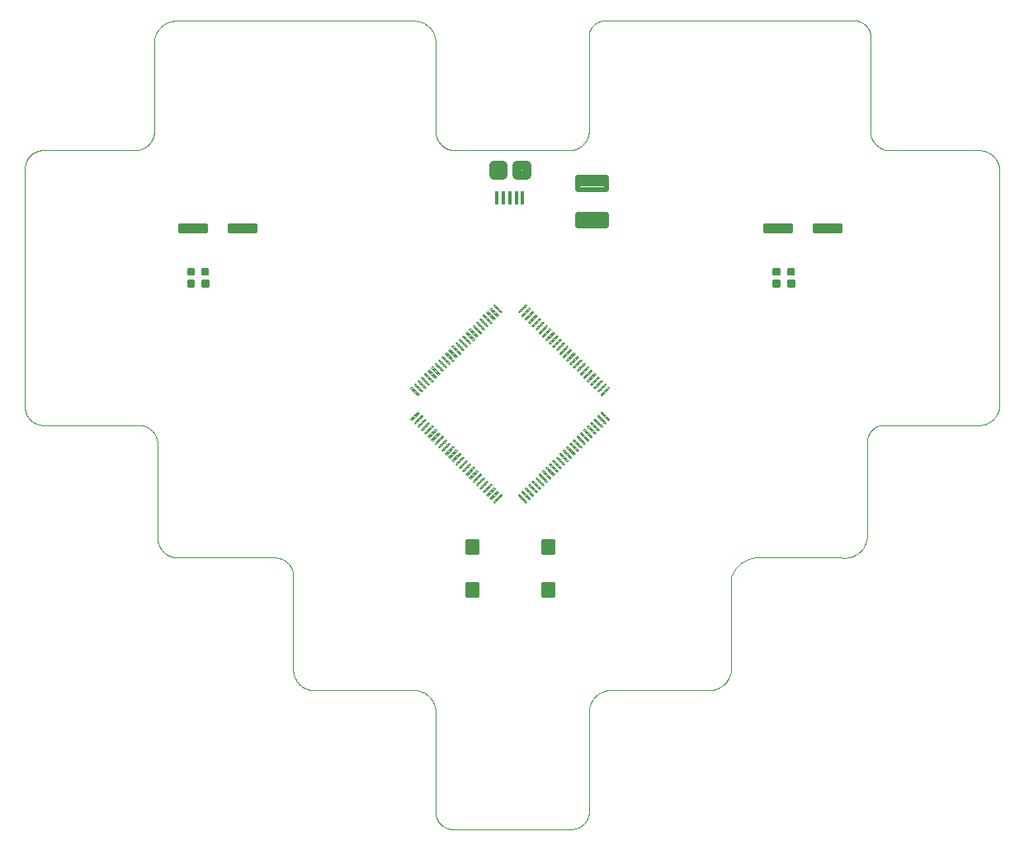
<source format=gtp>
G75*
%MOIN*%
%OFA0B0*%
%FSLAX25Y25*%
%IPPOS*%
%LPD*%
%AMOC8*
5,1,8,0,0,1.08239X$1,22.5*
%
%ADD10C,0.00394*%
%ADD11C,0.00441*%
%ADD12C,0.02126*%
%ADD13C,0.01600*%
%ADD14C,0.00945*%
%ADD15C,0.00600*%
%ADD16C,0.01654*%
%ADD17C,0.03740*%
%ADD18R,0.01575X0.05315*%
D10*
X0116898Y0072600D02*
X0116898Y0110443D01*
X0116898Y0110442D02*
X0116906Y0110622D01*
X0116911Y0110802D01*
X0116910Y0110982D01*
X0116906Y0111162D01*
X0116897Y0111342D01*
X0116884Y0111521D01*
X0116866Y0111700D01*
X0116844Y0111879D01*
X0116818Y0112057D01*
X0116787Y0112234D01*
X0116753Y0112411D01*
X0116714Y0112587D01*
X0116670Y0112761D01*
X0116623Y0112935D01*
X0116571Y0113107D01*
X0116515Y0113278D01*
X0116455Y0113448D01*
X0116391Y0113616D01*
X0116323Y0113783D01*
X0116251Y0113948D01*
X0116175Y0114111D01*
X0116095Y0114272D01*
X0116011Y0114431D01*
X0115924Y0114588D01*
X0115832Y0114743D01*
X0115737Y0114896D01*
X0115638Y0115047D01*
X0115536Y0115195D01*
X0115430Y0115340D01*
X0115321Y0115483D01*
X0115208Y0115623D01*
X0115091Y0115760D01*
X0114972Y0115895D01*
X0114849Y0116027D01*
X0114723Y0116155D01*
X0114594Y0116281D01*
X0114462Y0116403D01*
X0114328Y0116522D01*
X0114190Y0116638D01*
X0114050Y0116751D01*
X0113906Y0116860D01*
X0113761Y0116965D01*
X0113612Y0117068D01*
X0113462Y0117166D01*
X0113309Y0117261D01*
X0113154Y0117352D01*
X0112996Y0117439D01*
X0112837Y0117522D01*
X0112675Y0117602D01*
X0112512Y0117678D01*
X0112347Y0117749D01*
X0112180Y0117817D01*
X0112012Y0117881D01*
X0111842Y0117940D01*
X0111671Y0117996D01*
X0111498Y0118047D01*
X0111325Y0118094D01*
X0111150Y0118137D01*
X0110974Y0118175D01*
X0110797Y0118210D01*
X0110620Y0118240D01*
X0110442Y0118266D01*
X0110263Y0118287D01*
X0110084Y0118304D01*
X0109905Y0118317D01*
X0070535Y0118317D01*
X0070534Y0118317D02*
X0070334Y0118312D01*
X0070133Y0118312D01*
X0069932Y0118316D01*
X0069731Y0118326D01*
X0069531Y0118341D01*
X0069331Y0118361D01*
X0069132Y0118385D01*
X0068933Y0118415D01*
X0068735Y0118449D01*
X0068538Y0118488D01*
X0068342Y0118532D01*
X0068148Y0118581D01*
X0067954Y0118634D01*
X0067762Y0118692D01*
X0067571Y0118755D01*
X0067382Y0118823D01*
X0067195Y0118895D01*
X0067009Y0118972D01*
X0066825Y0119053D01*
X0066644Y0119139D01*
X0066464Y0119229D01*
X0066287Y0119324D01*
X0066112Y0119423D01*
X0065940Y0119526D01*
X0065770Y0119634D01*
X0065603Y0119745D01*
X0065439Y0119861D01*
X0065278Y0119980D01*
X0065119Y0120104D01*
X0064964Y0120231D01*
X0064812Y0120362D01*
X0064663Y0120497D01*
X0064518Y0120636D01*
X0064376Y0120778D01*
X0064237Y0120923D01*
X0064102Y0121072D01*
X0063971Y0121224D01*
X0063844Y0121379D01*
X0063720Y0121537D01*
X0063600Y0121699D01*
X0063485Y0121863D01*
X0063373Y0122030D01*
X0063266Y0122199D01*
X0063162Y0122372D01*
X0063063Y0122546D01*
X0062968Y0122723D01*
X0062878Y0122903D01*
X0062792Y0123084D01*
X0062711Y0123268D01*
X0062634Y0123453D01*
X0062562Y0123641D01*
X0062494Y0123830D01*
X0062431Y0124021D01*
X0062372Y0124213D01*
X0062319Y0124406D01*
X0062270Y0124601D01*
X0062226Y0124797D01*
X0062187Y0124994D01*
X0062152Y0125192D01*
X0062123Y0125391D01*
X0062098Y0125590D01*
X0062078Y0125790D01*
X0062064Y0125990D01*
X0062054Y0126191D01*
X0062054Y0164033D01*
X0062054Y0164034D02*
X0062059Y0164217D01*
X0062060Y0164400D01*
X0062056Y0164583D01*
X0062048Y0164766D01*
X0062035Y0164948D01*
X0062018Y0165131D01*
X0061997Y0165313D01*
X0061971Y0165494D01*
X0061941Y0165674D01*
X0061907Y0165854D01*
X0061868Y0166033D01*
X0061825Y0166211D01*
X0061777Y0166388D01*
X0061725Y0166564D01*
X0061670Y0166738D01*
X0061609Y0166911D01*
X0061545Y0167082D01*
X0061477Y0167252D01*
X0061404Y0167420D01*
X0061328Y0167587D01*
X0061247Y0167751D01*
X0061163Y0167914D01*
X0061074Y0168074D01*
X0060982Y0168232D01*
X0060886Y0168388D01*
X0060786Y0168542D01*
X0060683Y0168693D01*
X0060576Y0168841D01*
X0060465Y0168987D01*
X0060351Y0169130D01*
X0060234Y0169271D01*
X0060113Y0169408D01*
X0059988Y0169543D01*
X0059861Y0169674D01*
X0059731Y0169803D01*
X0059597Y0169928D01*
X0059460Y0170050D01*
X0059321Y0170168D01*
X0059179Y0170284D01*
X0059033Y0170395D01*
X0058886Y0170504D01*
X0058735Y0170608D01*
X0058583Y0170709D01*
X0058427Y0170806D01*
X0058270Y0170900D01*
X0058110Y0170989D01*
X0057949Y0171075D01*
X0057785Y0171157D01*
X0057619Y0171235D01*
X0057451Y0171308D01*
X0057282Y0171378D01*
X0057111Y0171444D01*
X0056939Y0171505D01*
X0056765Y0171562D01*
X0056589Y0171615D01*
X0056413Y0171664D01*
X0056235Y0171709D01*
X0056057Y0171749D01*
X0055877Y0171785D01*
X0055697Y0171816D01*
X0055516Y0171843D01*
X0055334Y0171866D01*
X0055152Y0171884D01*
X0054969Y0171898D01*
X0054786Y0171908D01*
X0054787Y0171907D02*
X0015417Y0171907D01*
X0015416Y0171908D02*
X0015235Y0171922D01*
X0015054Y0171941D01*
X0014874Y0171964D01*
X0014695Y0171991D01*
X0014516Y0172023D01*
X0014338Y0172059D01*
X0014161Y0172100D01*
X0013985Y0172145D01*
X0013810Y0172194D01*
X0013636Y0172248D01*
X0013464Y0172305D01*
X0013293Y0172367D01*
X0013124Y0172433D01*
X0012956Y0172504D01*
X0012790Y0172578D01*
X0012627Y0172657D01*
X0012465Y0172739D01*
X0012305Y0172825D01*
X0012147Y0172916D01*
X0011992Y0173010D01*
X0011839Y0173108D01*
X0011688Y0173209D01*
X0011540Y0173314D01*
X0011394Y0173423D01*
X0011252Y0173536D01*
X0011112Y0173652D01*
X0010975Y0173771D01*
X0010841Y0173893D01*
X0010710Y0174019D01*
X0010582Y0174148D01*
X0010457Y0174281D01*
X0010336Y0174416D01*
X0010217Y0174554D01*
X0010103Y0174695D01*
X0009992Y0174838D01*
X0009884Y0174985D01*
X0009780Y0175134D01*
X0009680Y0175285D01*
X0009583Y0175439D01*
X0009491Y0175596D01*
X0009402Y0175754D01*
X0009317Y0175915D01*
X0009236Y0176077D01*
X0009159Y0176242D01*
X0009086Y0176408D01*
X0009017Y0176577D01*
X0008953Y0176746D01*
X0008892Y0176918D01*
X0008836Y0177090D01*
X0008784Y0177265D01*
X0008736Y0177440D01*
X0008693Y0177616D01*
X0008654Y0177794D01*
X0008619Y0177972D01*
X0008589Y0178151D01*
X0008563Y0178331D01*
X0008542Y0178512D01*
X0008525Y0178692D01*
X0008512Y0178874D01*
X0008504Y0179055D01*
X0008500Y0179237D01*
X0008501Y0179419D01*
X0008506Y0179600D01*
X0008516Y0179782D01*
X0008516Y0179781D02*
X0008516Y0275136D01*
X0008516Y0275135D02*
X0008506Y0275314D01*
X0008501Y0275493D01*
X0008500Y0275672D01*
X0008504Y0275851D01*
X0008511Y0276029D01*
X0008523Y0276208D01*
X0008540Y0276386D01*
X0008560Y0276564D01*
X0008585Y0276741D01*
X0008614Y0276917D01*
X0008648Y0277093D01*
X0008685Y0277268D01*
X0008727Y0277442D01*
X0008773Y0277615D01*
X0008823Y0277786D01*
X0008878Y0277957D01*
X0008936Y0278126D01*
X0008999Y0278294D01*
X0009065Y0278460D01*
X0009136Y0278624D01*
X0009211Y0278787D01*
X0009289Y0278947D01*
X0009371Y0279106D01*
X0009457Y0279263D01*
X0009547Y0279418D01*
X0009641Y0279570D01*
X0009738Y0279720D01*
X0009839Y0279868D01*
X0009943Y0280014D01*
X0010051Y0280156D01*
X0010162Y0280296D01*
X0010277Y0280434D01*
X0010395Y0280568D01*
X0010516Y0280700D01*
X0010640Y0280829D01*
X0010768Y0280954D01*
X0010898Y0281077D01*
X0011031Y0281196D01*
X0011167Y0281312D01*
X0011306Y0281425D01*
X0011448Y0281534D01*
X0011592Y0281640D01*
X0011739Y0281743D01*
X0011888Y0281841D01*
X0012039Y0281937D01*
X0012193Y0282028D01*
X0012349Y0282116D01*
X0012507Y0282200D01*
X0012667Y0282280D01*
X0012829Y0282356D01*
X0012992Y0282429D01*
X0013157Y0282497D01*
X0013324Y0282561D01*
X0013493Y0282622D01*
X0013663Y0282678D01*
X0013834Y0282730D01*
X0014006Y0282778D01*
X0014180Y0282822D01*
X0014354Y0282861D01*
X0014530Y0282896D01*
X0014706Y0282928D01*
X0014883Y0282954D01*
X0015060Y0282977D01*
X0015238Y0282995D01*
X0015416Y0283009D01*
X0015417Y0283010D02*
X0052874Y0283010D01*
X0052875Y0283009D02*
X0053065Y0283011D01*
X0053255Y0283018D01*
X0053444Y0283029D01*
X0053634Y0283045D01*
X0053823Y0283065D01*
X0054011Y0283090D01*
X0054199Y0283120D01*
X0054386Y0283154D01*
X0054572Y0283192D01*
X0054757Y0283235D01*
X0054941Y0283283D01*
X0055124Y0283335D01*
X0055306Y0283391D01*
X0055486Y0283452D01*
X0055664Y0283517D01*
X0055841Y0283586D01*
X0056016Y0283660D01*
X0056190Y0283738D01*
X0056361Y0283819D01*
X0056531Y0283906D01*
X0056698Y0283996D01*
X0056863Y0284090D01*
X0057026Y0284188D01*
X0057186Y0284290D01*
X0057344Y0284396D01*
X0057499Y0284506D01*
X0057652Y0284619D01*
X0057802Y0284736D01*
X0057949Y0284857D01*
X0058092Y0284981D01*
X0058233Y0285108D01*
X0058371Y0285239D01*
X0058506Y0285374D01*
X0058637Y0285511D01*
X0058765Y0285652D01*
X0058889Y0285795D01*
X0059010Y0285942D01*
X0059128Y0286091D01*
X0059241Y0286244D01*
X0059351Y0286398D01*
X0059458Y0286556D01*
X0059560Y0286716D01*
X0059659Y0286879D01*
X0059753Y0287044D01*
X0059844Y0287211D01*
X0059930Y0287380D01*
X0060013Y0287551D01*
X0060091Y0287724D01*
X0060165Y0287900D01*
X0060235Y0288076D01*
X0060300Y0288255D01*
X0060361Y0288435D01*
X0060418Y0288616D01*
X0060470Y0288799D01*
X0060518Y0288983D01*
X0060562Y0289168D01*
X0060601Y0289354D01*
X0060635Y0289541D01*
X0060665Y0289728D01*
X0060691Y0289917D01*
X0060711Y0290106D01*
X0060728Y0290295D01*
X0060739Y0290485D01*
X0060746Y0290675D01*
X0060749Y0290865D01*
X0060748Y0290865D02*
X0060748Y0327419D01*
X0060749Y0327419D02*
X0060774Y0327632D01*
X0060805Y0327845D01*
X0060841Y0328056D01*
X0060882Y0328267D01*
X0060928Y0328477D01*
X0060979Y0328685D01*
X0061036Y0328892D01*
X0061097Y0329098D01*
X0061163Y0329302D01*
X0061234Y0329505D01*
X0061310Y0329706D01*
X0061391Y0329904D01*
X0061476Y0330101D01*
X0061567Y0330296D01*
X0061662Y0330488D01*
X0061761Y0330679D01*
X0061865Y0330866D01*
X0061974Y0331051D01*
X0062087Y0331234D01*
X0062205Y0331413D01*
X0062326Y0331590D01*
X0062452Y0331764D01*
X0062582Y0331935D01*
X0062717Y0332102D01*
X0062855Y0332266D01*
X0062997Y0332427D01*
X0063143Y0332584D01*
X0063293Y0332738D01*
X0063446Y0332888D01*
X0063604Y0333034D01*
X0063764Y0333177D01*
X0063928Y0333315D01*
X0064095Y0333450D01*
X0064266Y0333580D01*
X0064439Y0333707D01*
X0064616Y0333829D01*
X0064795Y0333947D01*
X0064977Y0334060D01*
X0065162Y0334169D01*
X0065350Y0334273D01*
X0065540Y0334373D01*
X0065732Y0334469D01*
X0065927Y0334559D01*
X0066123Y0334645D01*
X0066322Y0334726D01*
X0066523Y0334803D01*
X0066725Y0334874D01*
X0066929Y0334941D01*
X0067135Y0335002D01*
X0067342Y0335059D01*
X0067550Y0335110D01*
X0067760Y0335157D01*
X0067970Y0335198D01*
X0068182Y0335234D01*
X0068394Y0335266D01*
X0068607Y0335292D01*
X0068821Y0335313D01*
X0069035Y0335328D01*
X0069249Y0335339D01*
X0069464Y0335344D01*
X0069679Y0335344D01*
X0069893Y0335339D01*
X0070108Y0335329D01*
X0070322Y0335314D01*
X0070535Y0335293D01*
X0165023Y0335293D01*
X0174353Y0327419D02*
X0174353Y0290884D01*
X0174355Y0290693D01*
X0174362Y0290503D01*
X0174374Y0290312D01*
X0174390Y0290122D01*
X0174411Y0289933D01*
X0174436Y0289744D01*
X0174466Y0289555D01*
X0174500Y0289368D01*
X0174539Y0289181D01*
X0174582Y0288995D01*
X0174630Y0288810D01*
X0174683Y0288627D01*
X0174739Y0288445D01*
X0174800Y0288264D01*
X0174866Y0288085D01*
X0174936Y0287908D01*
X0175010Y0287732D01*
X0175088Y0287558D01*
X0175171Y0287386D01*
X0175257Y0287216D01*
X0175348Y0287048D01*
X0175442Y0286883D01*
X0175541Y0286719D01*
X0175644Y0286559D01*
X0175750Y0286400D01*
X0175860Y0286245D01*
X0175974Y0286092D01*
X0176092Y0285942D01*
X0176213Y0285794D01*
X0176338Y0285650D01*
X0176466Y0285509D01*
X0176598Y0285371D01*
X0176733Y0285236D01*
X0176871Y0285104D01*
X0177012Y0284976D01*
X0177156Y0284851D01*
X0177304Y0284730D01*
X0177454Y0284612D01*
X0177607Y0284498D01*
X0177762Y0284388D01*
X0177921Y0284282D01*
X0178081Y0284179D01*
X0178245Y0284080D01*
X0178410Y0283986D01*
X0178578Y0283895D01*
X0178748Y0283809D01*
X0178920Y0283726D01*
X0179094Y0283648D01*
X0179270Y0283574D01*
X0179447Y0283504D01*
X0179626Y0283438D01*
X0179807Y0283377D01*
X0179989Y0283321D01*
X0180172Y0283268D01*
X0180357Y0283220D01*
X0180543Y0283177D01*
X0180730Y0283138D01*
X0180917Y0283104D01*
X0181106Y0283074D01*
X0181295Y0283049D01*
X0181484Y0283028D01*
X0181674Y0283012D01*
X0181865Y0283000D01*
X0182055Y0282993D01*
X0182246Y0282991D01*
X0228015Y0282991D01*
X0228015Y0282990D02*
X0228215Y0282987D01*
X0228414Y0282989D01*
X0228614Y0282995D01*
X0228813Y0283006D01*
X0229012Y0283023D01*
X0229211Y0283044D01*
X0229408Y0283070D01*
X0229606Y0283101D01*
X0229802Y0283136D01*
X0229997Y0283177D01*
X0230192Y0283222D01*
X0230385Y0283272D01*
X0230577Y0283327D01*
X0230767Y0283386D01*
X0230956Y0283450D01*
X0231144Y0283519D01*
X0231330Y0283592D01*
X0231513Y0283670D01*
X0231695Y0283752D01*
X0231875Y0283839D01*
X0232052Y0283930D01*
X0232228Y0284026D01*
X0232401Y0284125D01*
X0232571Y0284229D01*
X0232739Y0284337D01*
X0232904Y0284450D01*
X0233066Y0284566D01*
X0233225Y0284686D01*
X0233382Y0284810D01*
X0233535Y0284938D01*
X0233685Y0285069D01*
X0233832Y0285205D01*
X0233976Y0285343D01*
X0234116Y0285486D01*
X0234252Y0285631D01*
X0234385Y0285780D01*
X0234514Y0285932D01*
X0234640Y0286087D01*
X0234761Y0286246D01*
X0234879Y0286407D01*
X0234992Y0286571D01*
X0235102Y0286738D01*
X0235207Y0286907D01*
X0235309Y0287079D01*
X0235406Y0287254D01*
X0235498Y0287430D01*
X0235587Y0287609D01*
X0235671Y0287791D01*
X0235750Y0287974D01*
X0235825Y0288159D01*
X0235895Y0288345D01*
X0235961Y0288534D01*
X0236022Y0288724D01*
X0236079Y0288915D01*
X0236130Y0289108D01*
X0236177Y0289302D01*
X0236220Y0289497D01*
X0236257Y0289693D01*
X0236290Y0289890D01*
X0236317Y0290088D01*
X0236340Y0290286D01*
X0236358Y0290485D01*
X0236371Y0290684D01*
X0236380Y0290883D01*
X0236379Y0290884D02*
X0236379Y0330235D01*
X0236414Y0330391D01*
X0236454Y0330546D01*
X0236498Y0330700D01*
X0236545Y0330853D01*
X0236595Y0331004D01*
X0236650Y0331155D01*
X0236708Y0331304D01*
X0236770Y0331451D01*
X0236835Y0331597D01*
X0236903Y0331742D01*
X0236976Y0331884D01*
X0237051Y0332025D01*
X0237130Y0332164D01*
X0237212Y0332302D01*
X0237298Y0332437D01*
X0237387Y0332570D01*
X0237479Y0332700D01*
X0237574Y0332829D01*
X0237672Y0332955D01*
X0237774Y0333079D01*
X0237878Y0333200D01*
X0237985Y0333319D01*
X0238095Y0333435D01*
X0238208Y0333549D01*
X0238323Y0333659D01*
X0238441Y0333767D01*
X0238562Y0333872D01*
X0238685Y0333974D01*
X0238811Y0334073D01*
X0238939Y0334169D01*
X0239069Y0334262D01*
X0239201Y0334352D01*
X0239336Y0334438D01*
X0239472Y0334521D01*
X0239611Y0334601D01*
X0239751Y0334677D01*
X0239894Y0334750D01*
X0240038Y0334820D01*
X0240183Y0334886D01*
X0240331Y0334949D01*
X0240479Y0335008D01*
X0240629Y0335063D01*
X0240781Y0335115D01*
X0240933Y0335163D01*
X0241087Y0335207D01*
X0241241Y0335248D01*
X0241397Y0335285D01*
X0241553Y0335318D01*
X0241711Y0335347D01*
X0241869Y0335373D01*
X0242027Y0335394D01*
X0242186Y0335412D01*
X0242345Y0335426D01*
X0242505Y0335436D01*
X0242665Y0335443D01*
X0242825Y0335445D01*
X0242985Y0335444D01*
X0243144Y0335438D01*
X0243304Y0335429D01*
X0243463Y0335416D01*
X0243622Y0335399D01*
X0243781Y0335378D01*
X0243939Y0335354D01*
X0244096Y0335326D01*
X0244253Y0335293D01*
X0342110Y0335293D01*
X0342267Y0335326D01*
X0342424Y0335354D01*
X0342582Y0335378D01*
X0342741Y0335399D01*
X0342900Y0335416D01*
X0343059Y0335429D01*
X0343219Y0335438D01*
X0343378Y0335444D01*
X0343538Y0335445D01*
X0343698Y0335443D01*
X0343858Y0335436D01*
X0344018Y0335426D01*
X0344177Y0335412D01*
X0344336Y0335394D01*
X0344494Y0335373D01*
X0344652Y0335347D01*
X0344810Y0335318D01*
X0344966Y0335285D01*
X0345122Y0335248D01*
X0345276Y0335207D01*
X0345430Y0335163D01*
X0345582Y0335115D01*
X0345734Y0335063D01*
X0345884Y0335008D01*
X0346032Y0334949D01*
X0346180Y0334886D01*
X0346325Y0334820D01*
X0346469Y0334750D01*
X0346612Y0334677D01*
X0346752Y0334601D01*
X0346891Y0334521D01*
X0347027Y0334438D01*
X0347162Y0334352D01*
X0347294Y0334262D01*
X0347424Y0334169D01*
X0347552Y0334073D01*
X0347678Y0333974D01*
X0347801Y0333872D01*
X0347922Y0333767D01*
X0348040Y0333659D01*
X0348155Y0333549D01*
X0348268Y0333435D01*
X0348378Y0333319D01*
X0348485Y0333200D01*
X0348589Y0333079D01*
X0348691Y0332955D01*
X0348789Y0332829D01*
X0348884Y0332700D01*
X0348976Y0332570D01*
X0349065Y0332437D01*
X0349151Y0332302D01*
X0349233Y0332164D01*
X0349312Y0332025D01*
X0349387Y0331884D01*
X0349460Y0331742D01*
X0349528Y0331597D01*
X0349593Y0331451D01*
X0349655Y0331304D01*
X0349713Y0331155D01*
X0349768Y0331004D01*
X0349818Y0330853D01*
X0349865Y0330700D01*
X0349909Y0330546D01*
X0349949Y0330391D01*
X0349984Y0330235D01*
X0349984Y0290865D01*
X0349987Y0290675D01*
X0349994Y0290485D01*
X0350005Y0290295D01*
X0350022Y0290106D01*
X0350042Y0289917D01*
X0350068Y0289728D01*
X0350098Y0289541D01*
X0350132Y0289354D01*
X0350171Y0289168D01*
X0350215Y0288983D01*
X0350263Y0288799D01*
X0350315Y0288616D01*
X0350372Y0288435D01*
X0350433Y0288255D01*
X0350498Y0288076D01*
X0350568Y0287900D01*
X0350642Y0287724D01*
X0350720Y0287551D01*
X0350803Y0287380D01*
X0350889Y0287211D01*
X0350980Y0287044D01*
X0351074Y0286879D01*
X0351173Y0286716D01*
X0351275Y0286556D01*
X0351382Y0286398D01*
X0351492Y0286244D01*
X0351605Y0286091D01*
X0351723Y0285942D01*
X0351844Y0285795D01*
X0351968Y0285652D01*
X0352096Y0285511D01*
X0352227Y0285374D01*
X0352362Y0285239D01*
X0352500Y0285108D01*
X0352641Y0284981D01*
X0352784Y0284857D01*
X0352931Y0284736D01*
X0353081Y0284619D01*
X0353234Y0284506D01*
X0353389Y0284396D01*
X0353547Y0284290D01*
X0353707Y0284188D01*
X0353870Y0284090D01*
X0354035Y0283996D01*
X0354202Y0283906D01*
X0354372Y0283819D01*
X0354543Y0283738D01*
X0354717Y0283660D01*
X0354892Y0283586D01*
X0355069Y0283517D01*
X0355247Y0283452D01*
X0355427Y0283391D01*
X0355609Y0283335D01*
X0355792Y0283283D01*
X0355976Y0283235D01*
X0356161Y0283192D01*
X0356347Y0283154D01*
X0356534Y0283120D01*
X0356722Y0283090D01*
X0356910Y0283065D01*
X0357099Y0283045D01*
X0357289Y0283029D01*
X0357478Y0283018D01*
X0357668Y0283011D01*
X0357858Y0283009D01*
X0357858Y0283010D02*
X0393369Y0283010D01*
X0393572Y0283019D01*
X0393774Y0283024D01*
X0393976Y0283023D01*
X0394179Y0283018D01*
X0394381Y0283008D01*
X0394582Y0282992D01*
X0394784Y0282972D01*
X0394985Y0282948D01*
X0395185Y0282918D01*
X0395384Y0282883D01*
X0395583Y0282844D01*
X0395780Y0282800D01*
X0395977Y0282751D01*
X0396172Y0282697D01*
X0396366Y0282639D01*
X0396558Y0282576D01*
X0396749Y0282509D01*
X0396938Y0282436D01*
X0397125Y0282360D01*
X0397311Y0282278D01*
X0397494Y0282193D01*
X0397675Y0282103D01*
X0397854Y0282008D01*
X0398031Y0281909D01*
X0398205Y0281806D01*
X0398377Y0281699D01*
X0398546Y0281588D01*
X0398712Y0281472D01*
X0398875Y0281353D01*
X0399036Y0281230D01*
X0399194Y0281103D01*
X0399348Y0280972D01*
X0399499Y0280837D01*
X0399647Y0280699D01*
X0399791Y0280558D01*
X0399933Y0280412D01*
X0400070Y0280264D01*
X0400204Y0280112D01*
X0400334Y0279957D01*
X0400460Y0279799D01*
X0400583Y0279638D01*
X0400701Y0279474D01*
X0400816Y0279307D01*
X0400927Y0279138D01*
X0401033Y0278965D01*
X0401135Y0278791D01*
X0401233Y0278614D01*
X0401327Y0278434D01*
X0401416Y0278253D01*
X0401501Y0278069D01*
X0401581Y0277883D01*
X0401657Y0277695D01*
X0401729Y0277506D01*
X0401795Y0277315D01*
X0401857Y0277122D01*
X0401915Y0276928D01*
X0401968Y0276733D01*
X0402016Y0276536D01*
X0402059Y0276339D01*
X0402097Y0276140D01*
X0402131Y0275940D01*
X0402160Y0275740D01*
X0402184Y0275539D01*
X0402203Y0275338D01*
X0402217Y0275136D01*
X0402217Y0179781D01*
X0402203Y0179579D01*
X0402184Y0179378D01*
X0402160Y0179177D01*
X0402131Y0178977D01*
X0402097Y0178777D01*
X0402059Y0178578D01*
X0402016Y0178381D01*
X0401968Y0178184D01*
X0401915Y0177989D01*
X0401857Y0177795D01*
X0401795Y0177602D01*
X0401729Y0177411D01*
X0401657Y0177222D01*
X0401581Y0177034D01*
X0401501Y0176848D01*
X0401416Y0176664D01*
X0401327Y0176483D01*
X0401233Y0176303D01*
X0401135Y0176126D01*
X0401033Y0175952D01*
X0400927Y0175779D01*
X0400816Y0175610D01*
X0400701Y0175443D01*
X0400583Y0175279D01*
X0400460Y0175118D01*
X0400334Y0174960D01*
X0400204Y0174805D01*
X0400070Y0174653D01*
X0399933Y0174505D01*
X0399791Y0174359D01*
X0399647Y0174218D01*
X0399499Y0174080D01*
X0399348Y0173945D01*
X0399194Y0173814D01*
X0399036Y0173687D01*
X0398875Y0173564D01*
X0398712Y0173445D01*
X0398546Y0173329D01*
X0398377Y0173218D01*
X0398205Y0173111D01*
X0398031Y0173008D01*
X0397854Y0172909D01*
X0397675Y0172814D01*
X0397494Y0172724D01*
X0397311Y0172639D01*
X0397125Y0172557D01*
X0396938Y0172481D01*
X0396749Y0172408D01*
X0396558Y0172341D01*
X0396366Y0172278D01*
X0396172Y0172220D01*
X0395977Y0172166D01*
X0395780Y0172117D01*
X0395583Y0172073D01*
X0395384Y0172034D01*
X0395185Y0171999D01*
X0394985Y0171969D01*
X0394784Y0171945D01*
X0394582Y0171925D01*
X0394381Y0171909D01*
X0394179Y0171899D01*
X0393976Y0171894D01*
X0393774Y0171893D01*
X0393572Y0171898D01*
X0393369Y0171907D01*
X0353999Y0171907D01*
X0353826Y0171855D01*
X0353654Y0171799D01*
X0353483Y0171739D01*
X0353314Y0171675D01*
X0353146Y0171606D01*
X0352981Y0171533D01*
X0352817Y0171456D01*
X0352654Y0171376D01*
X0352494Y0171291D01*
X0352336Y0171203D01*
X0352181Y0171110D01*
X0352027Y0171014D01*
X0351876Y0170914D01*
X0351728Y0170810D01*
X0351582Y0170703D01*
X0351439Y0170592D01*
X0351298Y0170478D01*
X0351161Y0170361D01*
X0351026Y0170240D01*
X0350894Y0170115D01*
X0350765Y0169988D01*
X0350640Y0169857D01*
X0350518Y0169724D01*
X0350399Y0169587D01*
X0350283Y0169448D01*
X0350171Y0169306D01*
X0350062Y0169161D01*
X0349957Y0169013D01*
X0349856Y0168863D01*
X0349758Y0168711D01*
X0349664Y0168556D01*
X0349574Y0168399D01*
X0349488Y0168240D01*
X0349406Y0168079D01*
X0349328Y0167915D01*
X0349253Y0167750D01*
X0349183Y0167583D01*
X0349117Y0167415D01*
X0349055Y0167245D01*
X0348997Y0167073D01*
X0348944Y0166900D01*
X0348894Y0166726D01*
X0348849Y0166550D01*
X0348809Y0166374D01*
X0348772Y0166197D01*
X0348740Y0166018D01*
X0348712Y0165839D01*
X0348689Y0165660D01*
X0348670Y0165480D01*
X0348656Y0165299D01*
X0348646Y0165118D01*
X0348640Y0164937D01*
X0348639Y0164756D01*
X0348642Y0164575D01*
X0348650Y0164394D01*
X0348662Y0164214D01*
X0348679Y0164034D01*
X0348679Y0164033D02*
X0348679Y0126191D01*
X0348678Y0126190D02*
X0348645Y0125970D01*
X0348606Y0125750D01*
X0348562Y0125531D01*
X0348512Y0125313D01*
X0348458Y0125097D01*
X0348398Y0124882D01*
X0348333Y0124668D01*
X0348263Y0124456D01*
X0348187Y0124246D01*
X0348107Y0124038D01*
X0348022Y0123831D01*
X0347931Y0123627D01*
X0347836Y0123425D01*
X0347736Y0123226D01*
X0347631Y0123029D01*
X0347521Y0122834D01*
X0347407Y0122642D01*
X0347288Y0122453D01*
X0347165Y0122267D01*
X0347037Y0122084D01*
X0346905Y0121904D01*
X0346768Y0121728D01*
X0346627Y0121554D01*
X0346482Y0121385D01*
X0346333Y0121218D01*
X0346180Y0121056D01*
X0346024Y0120897D01*
X0345863Y0120742D01*
X0345699Y0120591D01*
X0345531Y0120444D01*
X0345359Y0120301D01*
X0345184Y0120162D01*
X0345006Y0120027D01*
X0344825Y0119897D01*
X0344640Y0119771D01*
X0344453Y0119650D01*
X0344263Y0119533D01*
X0344069Y0119421D01*
X0343874Y0119314D01*
X0343675Y0119211D01*
X0343475Y0119113D01*
X0343272Y0119020D01*
X0343066Y0118932D01*
X0342859Y0118849D01*
X0342650Y0118771D01*
X0342439Y0118699D01*
X0342226Y0118631D01*
X0342012Y0118568D01*
X0341796Y0118511D01*
X0341579Y0118459D01*
X0341361Y0118412D01*
X0341142Y0118370D01*
X0340921Y0118334D01*
X0340700Y0118303D01*
X0340478Y0118277D01*
X0340256Y0118257D01*
X0340033Y0118242D01*
X0339810Y0118232D01*
X0339587Y0118228D01*
X0339364Y0118229D01*
X0339141Y0118236D01*
X0338918Y0118248D01*
X0338695Y0118266D01*
X0338473Y0118288D01*
X0338251Y0118317D01*
X0306755Y0118317D01*
X0306470Y0118357D01*
X0306183Y0118390D01*
X0305896Y0118416D01*
X0305609Y0118435D01*
X0305320Y0118446D01*
X0305032Y0118451D01*
X0304744Y0118448D01*
X0304456Y0118439D01*
X0304168Y0118422D01*
X0303881Y0118399D01*
X0303594Y0118368D01*
X0303308Y0118331D01*
X0303023Y0118286D01*
X0302740Y0118234D01*
X0302457Y0118176D01*
X0302176Y0118111D01*
X0301897Y0118038D01*
X0301620Y0117959D01*
X0301345Y0117873D01*
X0301072Y0117781D01*
X0300801Y0117682D01*
X0300533Y0117576D01*
X0300267Y0117463D01*
X0300005Y0117344D01*
X0299745Y0117219D01*
X0299489Y0117088D01*
X0299235Y0116950D01*
X0298985Y0116806D01*
X0298739Y0116656D01*
X0298497Y0116500D01*
X0298258Y0116338D01*
X0298024Y0116170D01*
X0297793Y0115997D01*
X0297567Y0115818D01*
X0297346Y0115633D01*
X0297129Y0115444D01*
X0296917Y0115248D01*
X0296709Y0115048D01*
X0296507Y0114843D01*
X0296309Y0114633D01*
X0296117Y0114418D01*
X0295930Y0114198D01*
X0295749Y0113974D01*
X0295573Y0113746D01*
X0295403Y0113513D01*
X0295238Y0113276D01*
X0295080Y0113036D01*
X0294927Y0112791D01*
X0294780Y0112543D01*
X0294640Y0112291D01*
X0294506Y0112036D01*
X0294378Y0111778D01*
X0294256Y0111516D01*
X0294141Y0111252D01*
X0294032Y0110985D01*
X0293930Y0110715D01*
X0293834Y0110443D01*
X0293835Y0110443D02*
X0293835Y0072600D01*
X0293798Y0072376D01*
X0293756Y0072153D01*
X0293708Y0071931D01*
X0293655Y0071710D01*
X0293597Y0071491D01*
X0293533Y0071273D01*
X0293464Y0071057D01*
X0293390Y0070842D01*
X0293311Y0070629D01*
X0293227Y0070419D01*
X0293137Y0070210D01*
X0293043Y0070003D01*
X0292944Y0069799D01*
X0292839Y0069598D01*
X0292730Y0069399D01*
X0292616Y0069202D01*
X0292498Y0069009D01*
X0292374Y0068818D01*
X0292246Y0068630D01*
X0292114Y0068446D01*
X0291977Y0068265D01*
X0291836Y0068087D01*
X0291691Y0067912D01*
X0291541Y0067741D01*
X0291388Y0067574D01*
X0291230Y0067411D01*
X0291069Y0067251D01*
X0290903Y0067096D01*
X0290734Y0066944D01*
X0290562Y0066797D01*
X0290386Y0066653D01*
X0290206Y0066515D01*
X0290023Y0066380D01*
X0289837Y0066250D01*
X0289648Y0066124D01*
X0289456Y0066003D01*
X0289261Y0065887D01*
X0289063Y0065776D01*
X0288863Y0065669D01*
X0288660Y0065567D01*
X0288454Y0065470D01*
X0288247Y0065378D01*
X0288037Y0065291D01*
X0287825Y0065209D01*
X0287612Y0065133D01*
X0287396Y0065061D01*
X0287179Y0064995D01*
X0286960Y0064934D01*
X0286740Y0064879D01*
X0286519Y0064828D01*
X0286296Y0064783D01*
X0286073Y0064744D01*
X0285848Y0064710D01*
X0285623Y0064681D01*
X0285397Y0064658D01*
X0285171Y0064640D01*
X0284944Y0064627D01*
X0284717Y0064621D01*
X0284490Y0064619D01*
X0284263Y0064623D01*
X0284036Y0064633D01*
X0283810Y0064648D01*
X0283584Y0064669D01*
X0283358Y0064695D01*
X0283133Y0064726D01*
X0244253Y0064726D01*
X0244253Y0064725D02*
X0244037Y0064696D01*
X0243821Y0064662D01*
X0243606Y0064622D01*
X0243392Y0064577D01*
X0243179Y0064527D01*
X0242968Y0064472D01*
X0242758Y0064411D01*
X0242549Y0064346D01*
X0242342Y0064276D01*
X0242137Y0064200D01*
X0241934Y0064120D01*
X0241732Y0064035D01*
X0241533Y0063945D01*
X0241336Y0063850D01*
X0241142Y0063751D01*
X0240949Y0063646D01*
X0240760Y0063538D01*
X0240573Y0063424D01*
X0240389Y0063306D01*
X0240208Y0063184D01*
X0240030Y0063058D01*
X0239854Y0062927D01*
X0239683Y0062792D01*
X0239514Y0062652D01*
X0239349Y0062509D01*
X0239187Y0062362D01*
X0239029Y0062211D01*
X0238875Y0062056D01*
X0238724Y0061898D01*
X0238578Y0061736D01*
X0238435Y0061570D01*
X0238296Y0061401D01*
X0238162Y0061229D01*
X0238031Y0061054D01*
X0237905Y0060875D01*
X0237784Y0060693D01*
X0237666Y0060509D01*
X0237554Y0060322D01*
X0237445Y0060132D01*
X0237342Y0059939D01*
X0237243Y0059745D01*
X0237149Y0059547D01*
X0237059Y0059348D01*
X0236975Y0059146D01*
X0236895Y0058943D01*
X0236820Y0058737D01*
X0236751Y0058530D01*
X0236686Y0058321D01*
X0236626Y0058111D01*
X0236572Y0057899D01*
X0236522Y0057687D01*
X0236478Y0057472D01*
X0236439Y0057257D01*
X0236405Y0057041D01*
X0236376Y0056825D01*
X0236353Y0056607D01*
X0236335Y0056390D01*
X0236322Y0056171D01*
X0236314Y0055953D01*
X0236312Y0055734D01*
X0236315Y0055516D01*
X0236323Y0055297D01*
X0236337Y0055079D01*
X0236356Y0054862D01*
X0236380Y0054644D01*
X0236379Y0054645D02*
X0236379Y0015275D01*
X0236380Y0015275D02*
X0236364Y0015098D01*
X0236344Y0014922D01*
X0236320Y0014746D01*
X0236291Y0014571D01*
X0236259Y0014397D01*
X0236222Y0014224D01*
X0236181Y0014051D01*
X0236136Y0013880D01*
X0236086Y0013710D01*
X0236033Y0013541D01*
X0235975Y0013373D01*
X0235914Y0013207D01*
X0235848Y0013042D01*
X0235779Y0012879D01*
X0235706Y0012718D01*
X0235628Y0012558D01*
X0235547Y0012400D01*
X0235462Y0012245D01*
X0235374Y0012091D01*
X0235281Y0011940D01*
X0235185Y0011791D01*
X0235086Y0011644D01*
X0234983Y0011500D01*
X0234876Y0011358D01*
X0234767Y0011219D01*
X0234653Y0011083D01*
X0234537Y0010949D01*
X0234417Y0010818D01*
X0234294Y0010691D01*
X0234169Y0010566D01*
X0234040Y0010444D01*
X0233908Y0010325D01*
X0233774Y0010210D01*
X0233636Y0010098D01*
X0233496Y0009989D01*
X0233354Y0009884D01*
X0233209Y0009782D01*
X0233061Y0009684D01*
X0232911Y0009589D01*
X0232759Y0009498D01*
X0232605Y0009410D01*
X0232449Y0009327D01*
X0232291Y0009247D01*
X0232130Y0009171D01*
X0231969Y0009099D01*
X0231805Y0009031D01*
X0231640Y0008966D01*
X0231473Y0008906D01*
X0231305Y0008850D01*
X0231135Y0008798D01*
X0230965Y0008750D01*
X0230793Y0008706D01*
X0230620Y0008667D01*
X0230447Y0008631D01*
X0230272Y0008600D01*
X0230097Y0008573D01*
X0229921Y0008550D01*
X0229745Y0008531D01*
X0229568Y0008517D01*
X0229391Y0008507D01*
X0229214Y0008501D01*
X0229037Y0008500D01*
X0228860Y0008503D01*
X0228682Y0008510D01*
X0228506Y0008521D01*
X0228505Y0008521D02*
X0180771Y0008521D01*
X0180598Y0008541D01*
X0180426Y0008565D01*
X0180255Y0008593D01*
X0180085Y0008625D01*
X0179915Y0008661D01*
X0179746Y0008701D01*
X0179578Y0008746D01*
X0179411Y0008794D01*
X0179246Y0008846D01*
X0179082Y0008903D01*
X0178919Y0008963D01*
X0178758Y0009028D01*
X0178598Y0009096D01*
X0178440Y0009168D01*
X0178284Y0009244D01*
X0178130Y0009323D01*
X0177978Y0009406D01*
X0177827Y0009493D01*
X0177679Y0009584D01*
X0177533Y0009678D01*
X0177390Y0009776D01*
X0177249Y0009877D01*
X0177110Y0009981D01*
X0176974Y0010089D01*
X0176840Y0010200D01*
X0176710Y0010314D01*
X0176582Y0010431D01*
X0176457Y0010551D01*
X0176334Y0010675D01*
X0176215Y0010801D01*
X0176099Y0010930D01*
X0175986Y0011062D01*
X0175877Y0011197D01*
X0175770Y0011334D01*
X0175667Y0011473D01*
X0175568Y0011616D01*
X0175471Y0011760D01*
X0175379Y0011907D01*
X0175290Y0012056D01*
X0175204Y0012207D01*
X0175123Y0012360D01*
X0175044Y0012515D01*
X0174970Y0012672D01*
X0174900Y0012831D01*
X0174833Y0012991D01*
X0174770Y0013153D01*
X0174712Y0013316D01*
X0174657Y0013481D01*
X0174606Y0013647D01*
X0174559Y0013814D01*
X0174516Y0013982D01*
X0174478Y0014151D01*
X0174443Y0014321D01*
X0174413Y0014492D01*
X0174386Y0014664D01*
X0174364Y0014836D01*
X0174346Y0015009D01*
X0174332Y0015182D01*
X0174323Y0015355D01*
X0174317Y0015529D01*
X0174316Y0015702D01*
X0174319Y0015876D01*
X0174326Y0016049D01*
X0174337Y0016222D01*
X0174353Y0016395D01*
X0174353Y0054645D01*
X0174353Y0054644D02*
X0174377Y0054862D01*
X0174396Y0055079D01*
X0174410Y0055297D01*
X0174418Y0055516D01*
X0174421Y0055734D01*
X0174419Y0055953D01*
X0174411Y0056171D01*
X0174398Y0056390D01*
X0174380Y0056607D01*
X0174357Y0056825D01*
X0174328Y0057041D01*
X0174294Y0057257D01*
X0174255Y0057472D01*
X0174211Y0057687D01*
X0174161Y0057899D01*
X0174107Y0058111D01*
X0174047Y0058321D01*
X0173982Y0058530D01*
X0173913Y0058737D01*
X0173838Y0058943D01*
X0173758Y0059146D01*
X0173674Y0059348D01*
X0173584Y0059547D01*
X0173490Y0059745D01*
X0173391Y0059939D01*
X0173288Y0060132D01*
X0173179Y0060322D01*
X0173067Y0060509D01*
X0172949Y0060693D01*
X0172828Y0060875D01*
X0172702Y0061054D01*
X0172571Y0061229D01*
X0172437Y0061401D01*
X0172298Y0061570D01*
X0172155Y0061736D01*
X0172009Y0061898D01*
X0171858Y0062056D01*
X0171704Y0062211D01*
X0171546Y0062362D01*
X0171384Y0062509D01*
X0171219Y0062652D01*
X0171050Y0062792D01*
X0170879Y0062927D01*
X0170703Y0063058D01*
X0170525Y0063184D01*
X0170344Y0063306D01*
X0170160Y0063424D01*
X0169973Y0063538D01*
X0169784Y0063646D01*
X0169591Y0063751D01*
X0169397Y0063850D01*
X0169200Y0063945D01*
X0169001Y0064035D01*
X0168799Y0064120D01*
X0168596Y0064200D01*
X0168391Y0064276D01*
X0168184Y0064346D01*
X0167975Y0064411D01*
X0167765Y0064472D01*
X0167554Y0064527D01*
X0167341Y0064577D01*
X0167127Y0064622D01*
X0166912Y0064662D01*
X0166696Y0064696D01*
X0166480Y0064725D01*
X0166479Y0064726D02*
X0125653Y0064726D01*
X0125652Y0064727D02*
X0125451Y0064718D01*
X0125250Y0064715D01*
X0125049Y0064717D01*
X0124848Y0064723D01*
X0124647Y0064734D01*
X0124447Y0064750D01*
X0124246Y0064771D01*
X0124047Y0064797D01*
X0123848Y0064827D01*
X0123650Y0064863D01*
X0123453Y0064903D01*
X0123257Y0064948D01*
X0123062Y0064997D01*
X0122868Y0065052D01*
X0122676Y0065111D01*
X0122485Y0065174D01*
X0122295Y0065243D01*
X0122108Y0065315D01*
X0121922Y0065393D01*
X0121738Y0065474D01*
X0121556Y0065560D01*
X0121377Y0065651D01*
X0121199Y0065746D01*
X0121024Y0065845D01*
X0120851Y0065948D01*
X0120681Y0066056D01*
X0120514Y0066167D01*
X0120349Y0066283D01*
X0120187Y0066402D01*
X0120028Y0066526D01*
X0119872Y0066653D01*
X0119720Y0066784D01*
X0119570Y0066918D01*
X0119424Y0067056D01*
X0119281Y0067198D01*
X0119141Y0067343D01*
X0119005Y0067491D01*
X0118873Y0067643D01*
X0118744Y0067798D01*
X0118620Y0067955D01*
X0118499Y0068116D01*
X0118382Y0068280D01*
X0118269Y0068446D01*
X0118160Y0068615D01*
X0118055Y0068787D01*
X0117954Y0068961D01*
X0117858Y0069138D01*
X0117765Y0069317D01*
X0117678Y0069498D01*
X0117594Y0069681D01*
X0117515Y0069866D01*
X0117441Y0070053D01*
X0117371Y0070241D01*
X0117305Y0070432D01*
X0117245Y0070624D01*
X0117189Y0070817D01*
X0117137Y0071011D01*
X0117090Y0071207D01*
X0117049Y0071404D01*
X0117011Y0071602D01*
X0116979Y0071800D01*
X0116951Y0071999D01*
X0116929Y0072199D01*
X0116911Y0072400D01*
X0116898Y0072601D01*
X0174353Y0327419D02*
X0174333Y0327627D01*
X0174308Y0327834D01*
X0174278Y0328040D01*
X0174243Y0328246D01*
X0174203Y0328451D01*
X0174158Y0328654D01*
X0174108Y0328857D01*
X0174053Y0329058D01*
X0173993Y0329258D01*
X0173929Y0329457D01*
X0173860Y0329653D01*
X0173786Y0329849D01*
X0173707Y0330042D01*
X0173624Y0330233D01*
X0173536Y0330422D01*
X0173444Y0330609D01*
X0173347Y0330794D01*
X0173245Y0330976D01*
X0173140Y0331156D01*
X0173029Y0331333D01*
X0172915Y0331508D01*
X0172797Y0331680D01*
X0172674Y0331848D01*
X0172547Y0332014D01*
X0172417Y0332177D01*
X0172282Y0332336D01*
X0172144Y0332493D01*
X0172002Y0332645D01*
X0171856Y0332795D01*
X0171707Y0332940D01*
X0171554Y0333082D01*
X0171398Y0333221D01*
X0171239Y0333355D01*
X0171076Y0333486D01*
X0170910Y0333613D01*
X0170742Y0333735D01*
X0170570Y0333854D01*
X0170395Y0333968D01*
X0170218Y0334078D01*
X0170038Y0334184D01*
X0169856Y0334286D01*
X0169671Y0334383D01*
X0169484Y0334475D01*
X0169295Y0334563D01*
X0169104Y0334646D01*
X0168911Y0334725D01*
X0168716Y0334799D01*
X0168519Y0334868D01*
X0168320Y0334933D01*
X0168121Y0334992D01*
X0167919Y0335047D01*
X0167717Y0335097D01*
X0167513Y0335142D01*
X0167308Y0335182D01*
X0167103Y0335218D01*
X0166896Y0335248D01*
X0166689Y0335273D01*
X0166481Y0335293D01*
X0166273Y0335308D01*
X0166065Y0335318D01*
X0165856Y0335323D01*
X0165648Y0335323D01*
X0165439Y0335318D01*
X0165231Y0335308D01*
X0165023Y0335293D01*
D11*
X0197634Y0220326D02*
X0200662Y0217298D01*
X0197634Y0220326D02*
X0198102Y0220794D01*
X0201130Y0217766D01*
X0200662Y0217298D01*
X0201102Y0217738D02*
X0200222Y0217738D01*
X0199782Y0218178D02*
X0200718Y0218178D01*
X0200278Y0218618D02*
X0199342Y0218618D01*
X0198902Y0219058D02*
X0199838Y0219058D01*
X0199398Y0219498D02*
X0198462Y0219498D01*
X0198022Y0219938D02*
X0198958Y0219938D01*
X0198518Y0220378D02*
X0197686Y0220378D01*
X0196242Y0218935D02*
X0199270Y0215907D01*
X0196242Y0218935D02*
X0196710Y0219403D01*
X0199738Y0216375D01*
X0199270Y0215907D01*
X0199710Y0216347D02*
X0198830Y0216347D01*
X0198390Y0216787D02*
X0199326Y0216787D01*
X0198886Y0217227D02*
X0197950Y0217227D01*
X0197510Y0217667D02*
X0198446Y0217667D01*
X0198006Y0218107D02*
X0197070Y0218107D01*
X0196630Y0218547D02*
X0197566Y0218547D01*
X0197126Y0218987D02*
X0196294Y0218987D01*
X0194850Y0217543D02*
X0197878Y0214515D01*
X0194850Y0217543D02*
X0195318Y0218011D01*
X0198346Y0214983D01*
X0197878Y0214515D01*
X0198318Y0214955D02*
X0197438Y0214955D01*
X0196998Y0215395D02*
X0197934Y0215395D01*
X0197494Y0215835D02*
X0196558Y0215835D01*
X0196118Y0216275D02*
X0197054Y0216275D01*
X0196614Y0216715D02*
X0195678Y0216715D01*
X0195238Y0217155D02*
X0196174Y0217155D01*
X0195734Y0217595D02*
X0194902Y0217595D01*
X0193458Y0216151D02*
X0196486Y0213123D01*
X0193458Y0216151D02*
X0193926Y0216619D01*
X0196954Y0213591D01*
X0196486Y0213123D01*
X0196926Y0213563D02*
X0196046Y0213563D01*
X0195606Y0214003D02*
X0196542Y0214003D01*
X0196102Y0214443D02*
X0195166Y0214443D01*
X0194726Y0214883D02*
X0195662Y0214883D01*
X0195222Y0215323D02*
X0194286Y0215323D01*
X0193846Y0215763D02*
X0194782Y0215763D01*
X0194342Y0216203D02*
X0193510Y0216203D01*
X0192066Y0214759D02*
X0195094Y0211731D01*
X0192066Y0214759D02*
X0192534Y0215227D01*
X0195562Y0212199D01*
X0195094Y0211731D01*
X0195534Y0212171D02*
X0194654Y0212171D01*
X0194214Y0212611D02*
X0195150Y0212611D01*
X0194710Y0213051D02*
X0193774Y0213051D01*
X0193334Y0213491D02*
X0194270Y0213491D01*
X0193830Y0213931D02*
X0192894Y0213931D01*
X0192454Y0214371D02*
X0193390Y0214371D01*
X0192950Y0214811D02*
X0192118Y0214811D01*
X0190674Y0213367D02*
X0193702Y0210339D01*
X0190674Y0213367D02*
X0191142Y0213835D01*
X0194170Y0210807D01*
X0193702Y0210339D01*
X0194142Y0210779D02*
X0193262Y0210779D01*
X0192822Y0211219D02*
X0193758Y0211219D01*
X0193318Y0211659D02*
X0192382Y0211659D01*
X0191942Y0212099D02*
X0192878Y0212099D01*
X0192438Y0212539D02*
X0191502Y0212539D01*
X0191062Y0212979D02*
X0191998Y0212979D01*
X0191558Y0213419D02*
X0190726Y0213419D01*
X0189282Y0211975D02*
X0192310Y0208947D01*
X0189282Y0211975D02*
X0189750Y0212443D01*
X0192778Y0209415D01*
X0192310Y0208947D01*
X0192750Y0209387D02*
X0191870Y0209387D01*
X0191430Y0209827D02*
X0192366Y0209827D01*
X0191926Y0210267D02*
X0190990Y0210267D01*
X0190550Y0210707D02*
X0191486Y0210707D01*
X0191046Y0211147D02*
X0190110Y0211147D01*
X0189670Y0211587D02*
X0190606Y0211587D01*
X0190166Y0212027D02*
X0189334Y0212027D01*
X0187890Y0210583D02*
X0190918Y0207555D01*
X0187890Y0210583D02*
X0188358Y0211051D01*
X0191386Y0208023D01*
X0190918Y0207555D01*
X0191358Y0207995D02*
X0190478Y0207995D01*
X0190038Y0208435D02*
X0190974Y0208435D01*
X0190534Y0208875D02*
X0189598Y0208875D01*
X0189158Y0209315D02*
X0190094Y0209315D01*
X0189654Y0209755D02*
X0188718Y0209755D01*
X0188278Y0210195D02*
X0189214Y0210195D01*
X0188774Y0210635D02*
X0187942Y0210635D01*
X0186499Y0209191D02*
X0189527Y0206163D01*
X0186499Y0209191D02*
X0186967Y0209659D01*
X0189995Y0206631D01*
X0189527Y0206163D01*
X0189967Y0206603D02*
X0189087Y0206603D01*
X0188647Y0207043D02*
X0189583Y0207043D01*
X0189143Y0207483D02*
X0188207Y0207483D01*
X0187767Y0207923D02*
X0188703Y0207923D01*
X0188263Y0208363D02*
X0187327Y0208363D01*
X0186887Y0208803D02*
X0187823Y0208803D01*
X0187383Y0209243D02*
X0186551Y0209243D01*
X0185107Y0207799D02*
X0188135Y0204771D01*
X0185107Y0207799D02*
X0185575Y0208267D01*
X0188603Y0205239D01*
X0188135Y0204771D01*
X0188575Y0205211D02*
X0187695Y0205211D01*
X0187255Y0205651D02*
X0188191Y0205651D01*
X0187751Y0206091D02*
X0186815Y0206091D01*
X0186375Y0206531D02*
X0187311Y0206531D01*
X0186871Y0206971D02*
X0185935Y0206971D01*
X0185495Y0207411D02*
X0186431Y0207411D01*
X0185991Y0207851D02*
X0185159Y0207851D01*
X0183715Y0206407D02*
X0186743Y0203379D01*
X0183715Y0206407D02*
X0184183Y0206875D01*
X0187211Y0203847D01*
X0186743Y0203379D01*
X0187183Y0203819D02*
X0186303Y0203819D01*
X0185863Y0204259D02*
X0186799Y0204259D01*
X0186359Y0204699D02*
X0185423Y0204699D01*
X0184983Y0205139D02*
X0185919Y0205139D01*
X0185479Y0205579D02*
X0184543Y0205579D01*
X0184103Y0206019D02*
X0185039Y0206019D01*
X0184599Y0206459D02*
X0183767Y0206459D01*
X0182323Y0205015D02*
X0185351Y0201987D01*
X0182323Y0205015D02*
X0182791Y0205483D01*
X0185819Y0202455D01*
X0185351Y0201987D01*
X0185791Y0202427D02*
X0184911Y0202427D01*
X0184471Y0202867D02*
X0185407Y0202867D01*
X0184967Y0203307D02*
X0184031Y0203307D01*
X0183591Y0203747D02*
X0184527Y0203747D01*
X0184087Y0204187D02*
X0183151Y0204187D01*
X0182711Y0204627D02*
X0183647Y0204627D01*
X0183207Y0205067D02*
X0182375Y0205067D01*
X0180931Y0203623D02*
X0183959Y0200595D01*
X0180931Y0203623D02*
X0181399Y0204091D01*
X0184427Y0201063D01*
X0183959Y0200595D01*
X0184399Y0201035D02*
X0183519Y0201035D01*
X0183079Y0201475D02*
X0184015Y0201475D01*
X0183575Y0201915D02*
X0182639Y0201915D01*
X0182199Y0202355D02*
X0183135Y0202355D01*
X0182695Y0202795D02*
X0181759Y0202795D01*
X0181319Y0203235D02*
X0182255Y0203235D01*
X0181815Y0203675D02*
X0180983Y0203675D01*
X0179539Y0202231D02*
X0182567Y0199203D01*
X0179539Y0202231D02*
X0180007Y0202699D01*
X0183035Y0199671D01*
X0182567Y0199203D01*
X0183007Y0199643D02*
X0182127Y0199643D01*
X0181687Y0200083D02*
X0182623Y0200083D01*
X0182183Y0200523D02*
X0181247Y0200523D01*
X0180807Y0200963D02*
X0181743Y0200963D01*
X0181303Y0201403D02*
X0180367Y0201403D01*
X0179927Y0201843D02*
X0180863Y0201843D01*
X0180423Y0202283D02*
X0179591Y0202283D01*
X0178147Y0200839D02*
X0181175Y0197811D01*
X0178147Y0200839D02*
X0178615Y0201307D01*
X0181643Y0198279D01*
X0181175Y0197811D01*
X0181615Y0198251D02*
X0180735Y0198251D01*
X0180295Y0198691D02*
X0181231Y0198691D01*
X0180791Y0199131D02*
X0179855Y0199131D01*
X0179415Y0199571D02*
X0180351Y0199571D01*
X0179911Y0200011D02*
X0178975Y0200011D01*
X0178535Y0200451D02*
X0179471Y0200451D01*
X0179031Y0200891D02*
X0178199Y0200891D01*
X0176755Y0199447D02*
X0179783Y0196419D01*
X0176755Y0199447D02*
X0177223Y0199915D01*
X0180251Y0196887D01*
X0179783Y0196419D01*
X0180223Y0196859D02*
X0179343Y0196859D01*
X0178903Y0197299D02*
X0179839Y0197299D01*
X0179399Y0197739D02*
X0178463Y0197739D01*
X0178023Y0198179D02*
X0178959Y0198179D01*
X0178519Y0198619D02*
X0177583Y0198619D01*
X0177143Y0199059D02*
X0178079Y0199059D01*
X0177639Y0199499D02*
X0176807Y0199499D01*
X0175363Y0198055D02*
X0178391Y0195027D01*
X0175363Y0198055D02*
X0175831Y0198523D01*
X0178859Y0195495D01*
X0178391Y0195027D01*
X0178831Y0195467D02*
X0177951Y0195467D01*
X0177511Y0195907D02*
X0178447Y0195907D01*
X0178007Y0196347D02*
X0177071Y0196347D01*
X0176631Y0196787D02*
X0177567Y0196787D01*
X0177127Y0197227D02*
X0176191Y0197227D01*
X0175751Y0197667D02*
X0176687Y0197667D01*
X0176247Y0198107D02*
X0175415Y0198107D01*
X0173971Y0196663D02*
X0176999Y0193635D01*
X0173971Y0196663D02*
X0174439Y0197131D01*
X0177467Y0194103D01*
X0176999Y0193635D01*
X0177439Y0194075D02*
X0176559Y0194075D01*
X0176119Y0194515D02*
X0177055Y0194515D01*
X0176615Y0194955D02*
X0175679Y0194955D01*
X0175239Y0195395D02*
X0176175Y0195395D01*
X0175735Y0195835D02*
X0174799Y0195835D01*
X0174359Y0196275D02*
X0175295Y0196275D01*
X0174855Y0196715D02*
X0174023Y0196715D01*
X0172579Y0195271D02*
X0175607Y0192243D01*
X0172579Y0195271D02*
X0173047Y0195739D01*
X0176075Y0192711D01*
X0175607Y0192243D01*
X0176047Y0192683D02*
X0175167Y0192683D01*
X0174727Y0193123D02*
X0175663Y0193123D01*
X0175223Y0193563D02*
X0174287Y0193563D01*
X0173847Y0194003D02*
X0174783Y0194003D01*
X0174343Y0194443D02*
X0173407Y0194443D01*
X0172967Y0194883D02*
X0173903Y0194883D01*
X0173463Y0195323D02*
X0172631Y0195323D01*
X0171187Y0193880D02*
X0174215Y0190852D01*
X0171187Y0193880D02*
X0171655Y0194348D01*
X0174683Y0191320D01*
X0174215Y0190852D01*
X0174655Y0191292D02*
X0173775Y0191292D01*
X0173335Y0191732D02*
X0174271Y0191732D01*
X0173831Y0192172D02*
X0172895Y0192172D01*
X0172455Y0192612D02*
X0173391Y0192612D01*
X0172951Y0193052D02*
X0172015Y0193052D01*
X0171575Y0193492D02*
X0172511Y0193492D01*
X0172071Y0193932D02*
X0171239Y0193932D01*
X0169795Y0192488D02*
X0172823Y0189460D01*
X0169795Y0192488D02*
X0170263Y0192956D01*
X0173291Y0189928D01*
X0172823Y0189460D01*
X0173263Y0189900D02*
X0172383Y0189900D01*
X0171943Y0190340D02*
X0172879Y0190340D01*
X0172439Y0190780D02*
X0171503Y0190780D01*
X0171063Y0191220D02*
X0171999Y0191220D01*
X0171559Y0191660D02*
X0170623Y0191660D01*
X0170183Y0192100D02*
X0171119Y0192100D01*
X0170679Y0192540D02*
X0169847Y0192540D01*
X0168403Y0191096D02*
X0171431Y0188068D01*
X0168403Y0191096D02*
X0168871Y0191564D01*
X0171899Y0188536D01*
X0171431Y0188068D01*
X0171871Y0188508D02*
X0170991Y0188508D01*
X0170551Y0188948D02*
X0171487Y0188948D01*
X0171047Y0189388D02*
X0170111Y0189388D01*
X0169671Y0189828D02*
X0170607Y0189828D01*
X0170167Y0190268D02*
X0169231Y0190268D01*
X0168791Y0190708D02*
X0169727Y0190708D01*
X0169287Y0191148D02*
X0168455Y0191148D01*
X0167011Y0189704D02*
X0170039Y0186676D01*
X0167011Y0189704D02*
X0167479Y0190172D01*
X0170507Y0187144D01*
X0170039Y0186676D01*
X0170479Y0187116D02*
X0169599Y0187116D01*
X0169159Y0187556D02*
X0170095Y0187556D01*
X0169655Y0187996D02*
X0168719Y0187996D01*
X0168279Y0188436D02*
X0169215Y0188436D01*
X0168775Y0188876D02*
X0167839Y0188876D01*
X0167399Y0189316D02*
X0168335Y0189316D01*
X0167895Y0189756D02*
X0167063Y0189756D01*
X0165619Y0188312D02*
X0168647Y0185284D01*
X0165619Y0188312D02*
X0166087Y0188780D01*
X0169115Y0185752D01*
X0168647Y0185284D01*
X0169087Y0185724D02*
X0168207Y0185724D01*
X0167767Y0186164D02*
X0168703Y0186164D01*
X0168263Y0186604D02*
X0167327Y0186604D01*
X0166887Y0187044D02*
X0167823Y0187044D01*
X0167383Y0187484D02*
X0166447Y0187484D01*
X0166007Y0187924D02*
X0166943Y0187924D01*
X0166503Y0188364D02*
X0165671Y0188364D01*
X0164227Y0186920D02*
X0167255Y0183892D01*
X0164227Y0186920D02*
X0164695Y0187388D01*
X0167723Y0184360D01*
X0167255Y0183892D01*
X0167695Y0184332D02*
X0166815Y0184332D01*
X0166375Y0184772D02*
X0167311Y0184772D01*
X0166871Y0185212D02*
X0165935Y0185212D01*
X0165495Y0185652D02*
X0166431Y0185652D01*
X0165991Y0186092D02*
X0165055Y0186092D01*
X0164615Y0186532D02*
X0165551Y0186532D01*
X0165111Y0186972D02*
X0164279Y0186972D01*
X0167723Y0176898D02*
X0164695Y0173870D01*
X0164227Y0174338D01*
X0167255Y0177366D01*
X0167723Y0176898D01*
X0165135Y0174310D02*
X0164255Y0174310D01*
X0164639Y0174750D02*
X0165575Y0174750D01*
X0166015Y0175190D02*
X0165079Y0175190D01*
X0165519Y0175630D02*
X0166455Y0175630D01*
X0166895Y0176070D02*
X0165959Y0176070D01*
X0166399Y0176510D02*
X0167335Y0176510D01*
X0167671Y0176950D02*
X0166839Y0176950D01*
X0169115Y0175506D02*
X0166087Y0172478D01*
X0165619Y0172946D01*
X0168647Y0175974D01*
X0169115Y0175506D01*
X0166527Y0172918D02*
X0165647Y0172918D01*
X0166031Y0173358D02*
X0166967Y0173358D01*
X0167407Y0173798D02*
X0166471Y0173798D01*
X0166911Y0174238D02*
X0167847Y0174238D01*
X0168287Y0174678D02*
X0167351Y0174678D01*
X0167791Y0175118D02*
X0168727Y0175118D01*
X0169063Y0175558D02*
X0168231Y0175558D01*
X0170507Y0174114D02*
X0167479Y0171086D01*
X0167011Y0171554D01*
X0170039Y0174582D01*
X0170507Y0174114D01*
X0167919Y0171526D02*
X0167039Y0171526D01*
X0167423Y0171966D02*
X0168359Y0171966D01*
X0168799Y0172406D02*
X0167863Y0172406D01*
X0168303Y0172846D02*
X0169239Y0172846D01*
X0169679Y0173286D02*
X0168743Y0173286D01*
X0169183Y0173726D02*
X0170119Y0173726D01*
X0170455Y0174166D02*
X0169623Y0174166D01*
X0171899Y0172722D02*
X0168871Y0169694D01*
X0168403Y0170162D01*
X0171431Y0173190D01*
X0171899Y0172722D01*
X0169311Y0170134D02*
X0168431Y0170134D01*
X0168815Y0170574D02*
X0169751Y0170574D01*
X0170191Y0171014D02*
X0169255Y0171014D01*
X0169695Y0171454D02*
X0170631Y0171454D01*
X0171071Y0171894D02*
X0170135Y0171894D01*
X0170575Y0172334D02*
X0171511Y0172334D01*
X0171847Y0172774D02*
X0171015Y0172774D01*
X0173291Y0171330D02*
X0170263Y0168302D01*
X0169795Y0168770D01*
X0172823Y0171798D01*
X0173291Y0171330D01*
X0170703Y0168742D02*
X0169823Y0168742D01*
X0170207Y0169182D02*
X0171143Y0169182D01*
X0171583Y0169622D02*
X0170647Y0169622D01*
X0171087Y0170062D02*
X0172023Y0170062D01*
X0172463Y0170502D02*
X0171527Y0170502D01*
X0171967Y0170942D02*
X0172903Y0170942D01*
X0173239Y0171382D02*
X0172407Y0171382D01*
X0174683Y0169938D02*
X0171655Y0166910D01*
X0171187Y0167378D01*
X0174215Y0170406D01*
X0174683Y0169938D01*
X0172095Y0167350D02*
X0171215Y0167350D01*
X0171599Y0167790D02*
X0172535Y0167790D01*
X0172975Y0168230D02*
X0172039Y0168230D01*
X0172479Y0168670D02*
X0173415Y0168670D01*
X0173855Y0169110D02*
X0172919Y0169110D01*
X0173359Y0169550D02*
X0174295Y0169550D01*
X0174631Y0169990D02*
X0173799Y0169990D01*
X0176075Y0168546D02*
X0173047Y0165518D01*
X0172579Y0165986D01*
X0175607Y0169014D01*
X0176075Y0168546D01*
X0173487Y0165958D02*
X0172607Y0165958D01*
X0172991Y0166398D02*
X0173927Y0166398D01*
X0174367Y0166838D02*
X0173431Y0166838D01*
X0173871Y0167278D02*
X0174807Y0167278D01*
X0175247Y0167718D02*
X0174311Y0167718D01*
X0174751Y0168158D02*
X0175687Y0168158D01*
X0176023Y0168598D02*
X0175191Y0168598D01*
X0177467Y0167154D02*
X0174439Y0164126D01*
X0173971Y0164594D01*
X0176999Y0167622D01*
X0177467Y0167154D01*
X0174879Y0164566D02*
X0173999Y0164566D01*
X0174383Y0165006D02*
X0175319Y0165006D01*
X0175759Y0165446D02*
X0174823Y0165446D01*
X0175263Y0165886D02*
X0176199Y0165886D01*
X0176639Y0166326D02*
X0175703Y0166326D01*
X0176143Y0166766D02*
X0177079Y0166766D01*
X0177415Y0167206D02*
X0176583Y0167206D01*
X0178859Y0165762D02*
X0175831Y0162734D01*
X0175363Y0163202D01*
X0178391Y0166230D01*
X0178859Y0165762D01*
X0176271Y0163174D02*
X0175391Y0163174D01*
X0175775Y0163614D02*
X0176711Y0163614D01*
X0177151Y0164054D02*
X0176215Y0164054D01*
X0176655Y0164494D02*
X0177591Y0164494D01*
X0178031Y0164934D02*
X0177095Y0164934D01*
X0177535Y0165374D02*
X0178471Y0165374D01*
X0178807Y0165814D02*
X0177975Y0165814D01*
X0180251Y0164370D02*
X0177223Y0161342D01*
X0176755Y0161810D01*
X0179783Y0164838D01*
X0180251Y0164370D01*
X0177663Y0161782D02*
X0176783Y0161782D01*
X0177167Y0162222D02*
X0178103Y0162222D01*
X0178543Y0162662D02*
X0177607Y0162662D01*
X0178047Y0163102D02*
X0178983Y0163102D01*
X0179423Y0163542D02*
X0178487Y0163542D01*
X0178927Y0163982D02*
X0179863Y0163982D01*
X0180199Y0164422D02*
X0179367Y0164422D01*
X0181643Y0162978D02*
X0178615Y0159950D01*
X0178147Y0160418D01*
X0181175Y0163446D01*
X0181643Y0162978D01*
X0179055Y0160390D02*
X0178175Y0160390D01*
X0178559Y0160830D02*
X0179495Y0160830D01*
X0179935Y0161270D02*
X0178999Y0161270D01*
X0179439Y0161710D02*
X0180375Y0161710D01*
X0180815Y0162150D02*
X0179879Y0162150D01*
X0180319Y0162590D02*
X0181255Y0162590D01*
X0181591Y0163030D02*
X0180759Y0163030D01*
X0183035Y0161586D02*
X0180007Y0158558D01*
X0179539Y0159026D01*
X0182567Y0162054D01*
X0183035Y0161586D01*
X0180447Y0158998D02*
X0179567Y0158998D01*
X0179951Y0159438D02*
X0180887Y0159438D01*
X0181327Y0159878D02*
X0180391Y0159878D01*
X0180831Y0160318D02*
X0181767Y0160318D01*
X0182207Y0160758D02*
X0181271Y0160758D01*
X0181711Y0161198D02*
X0182647Y0161198D01*
X0182983Y0161638D02*
X0182151Y0161638D01*
X0184427Y0160195D02*
X0181399Y0157167D01*
X0180931Y0157635D01*
X0183959Y0160663D01*
X0184427Y0160195D01*
X0181839Y0157607D02*
X0180959Y0157607D01*
X0181343Y0158047D02*
X0182279Y0158047D01*
X0182719Y0158487D02*
X0181783Y0158487D01*
X0182223Y0158927D02*
X0183159Y0158927D01*
X0183599Y0159367D02*
X0182663Y0159367D01*
X0183103Y0159807D02*
X0184039Y0159807D01*
X0184375Y0160247D02*
X0183543Y0160247D01*
X0185819Y0158803D02*
X0182791Y0155775D01*
X0182323Y0156243D01*
X0185351Y0159271D01*
X0185819Y0158803D01*
X0183231Y0156215D02*
X0182351Y0156215D01*
X0182735Y0156655D02*
X0183671Y0156655D01*
X0184111Y0157095D02*
X0183175Y0157095D01*
X0183615Y0157535D02*
X0184551Y0157535D01*
X0184991Y0157975D02*
X0184055Y0157975D01*
X0184495Y0158415D02*
X0185431Y0158415D01*
X0185767Y0158855D02*
X0184935Y0158855D01*
X0187211Y0157411D02*
X0184183Y0154383D01*
X0183715Y0154851D01*
X0186743Y0157879D01*
X0187211Y0157411D01*
X0184623Y0154823D02*
X0183743Y0154823D01*
X0184127Y0155263D02*
X0185063Y0155263D01*
X0185503Y0155703D02*
X0184567Y0155703D01*
X0185007Y0156143D02*
X0185943Y0156143D01*
X0186383Y0156583D02*
X0185447Y0156583D01*
X0185887Y0157023D02*
X0186823Y0157023D01*
X0187159Y0157463D02*
X0186327Y0157463D01*
X0188603Y0156019D02*
X0185575Y0152991D01*
X0185107Y0153459D01*
X0188135Y0156487D01*
X0188603Y0156019D01*
X0186015Y0153431D02*
X0185135Y0153431D01*
X0185519Y0153871D02*
X0186455Y0153871D01*
X0186895Y0154311D02*
X0185959Y0154311D01*
X0186399Y0154751D02*
X0187335Y0154751D01*
X0187775Y0155191D02*
X0186839Y0155191D01*
X0187279Y0155631D02*
X0188215Y0155631D01*
X0188551Y0156071D02*
X0187719Y0156071D01*
X0189995Y0154627D02*
X0186967Y0151599D01*
X0186499Y0152067D01*
X0189527Y0155095D01*
X0189995Y0154627D01*
X0187407Y0152039D02*
X0186527Y0152039D01*
X0186911Y0152479D02*
X0187847Y0152479D01*
X0188287Y0152919D02*
X0187351Y0152919D01*
X0187791Y0153359D02*
X0188727Y0153359D01*
X0189167Y0153799D02*
X0188231Y0153799D01*
X0188671Y0154239D02*
X0189607Y0154239D01*
X0189943Y0154679D02*
X0189111Y0154679D01*
X0191386Y0153235D02*
X0188358Y0150207D01*
X0187890Y0150675D01*
X0190918Y0153703D01*
X0191386Y0153235D01*
X0188798Y0150647D02*
X0187918Y0150647D01*
X0188302Y0151087D02*
X0189238Y0151087D01*
X0189678Y0151527D02*
X0188742Y0151527D01*
X0189182Y0151967D02*
X0190118Y0151967D01*
X0190558Y0152407D02*
X0189622Y0152407D01*
X0190062Y0152847D02*
X0190998Y0152847D01*
X0191334Y0153287D02*
X0190502Y0153287D01*
X0192778Y0151843D02*
X0189750Y0148815D01*
X0189282Y0149283D01*
X0192310Y0152311D01*
X0192778Y0151843D01*
X0190190Y0149255D02*
X0189310Y0149255D01*
X0189694Y0149695D02*
X0190630Y0149695D01*
X0191070Y0150135D02*
X0190134Y0150135D01*
X0190574Y0150575D02*
X0191510Y0150575D01*
X0191950Y0151015D02*
X0191014Y0151015D01*
X0191454Y0151455D02*
X0192390Y0151455D01*
X0192726Y0151895D02*
X0191894Y0151895D01*
X0194170Y0150451D02*
X0191142Y0147423D01*
X0190674Y0147891D01*
X0193702Y0150919D01*
X0194170Y0150451D01*
X0191582Y0147863D02*
X0190702Y0147863D01*
X0191086Y0148303D02*
X0192022Y0148303D01*
X0192462Y0148743D02*
X0191526Y0148743D01*
X0191966Y0149183D02*
X0192902Y0149183D01*
X0193342Y0149623D02*
X0192406Y0149623D01*
X0192846Y0150063D02*
X0193782Y0150063D01*
X0194118Y0150503D02*
X0193286Y0150503D01*
X0195562Y0149059D02*
X0192534Y0146031D01*
X0192066Y0146499D01*
X0195094Y0149527D01*
X0195562Y0149059D01*
X0192974Y0146471D02*
X0192094Y0146471D01*
X0192478Y0146911D02*
X0193414Y0146911D01*
X0193854Y0147351D02*
X0192918Y0147351D01*
X0193358Y0147791D02*
X0194294Y0147791D01*
X0194734Y0148231D02*
X0193798Y0148231D01*
X0194238Y0148671D02*
X0195174Y0148671D01*
X0195510Y0149111D02*
X0194678Y0149111D01*
X0196954Y0147667D02*
X0193926Y0144639D01*
X0193458Y0145107D01*
X0196486Y0148135D01*
X0196954Y0147667D01*
X0194366Y0145079D02*
X0193486Y0145079D01*
X0193870Y0145519D02*
X0194806Y0145519D01*
X0195246Y0145959D02*
X0194310Y0145959D01*
X0194750Y0146399D02*
X0195686Y0146399D01*
X0196126Y0146839D02*
X0195190Y0146839D01*
X0195630Y0147279D02*
X0196566Y0147279D01*
X0196902Y0147719D02*
X0196070Y0147719D01*
X0198346Y0146275D02*
X0195318Y0143247D01*
X0194850Y0143715D01*
X0197878Y0146743D01*
X0198346Y0146275D01*
X0195758Y0143687D02*
X0194878Y0143687D01*
X0195262Y0144127D02*
X0196198Y0144127D01*
X0196638Y0144567D02*
X0195702Y0144567D01*
X0196142Y0145007D02*
X0197078Y0145007D01*
X0197518Y0145447D02*
X0196582Y0145447D01*
X0197022Y0145887D02*
X0197958Y0145887D01*
X0198294Y0146327D02*
X0197462Y0146327D01*
X0199738Y0144883D02*
X0196710Y0141855D01*
X0196242Y0142323D01*
X0199270Y0145351D01*
X0199738Y0144883D01*
X0197150Y0142295D02*
X0196270Y0142295D01*
X0196654Y0142735D02*
X0197590Y0142735D01*
X0198030Y0143175D02*
X0197094Y0143175D01*
X0197534Y0143615D02*
X0198470Y0143615D01*
X0198910Y0144055D02*
X0197974Y0144055D01*
X0198414Y0144495D02*
X0199350Y0144495D01*
X0199686Y0144935D02*
X0198854Y0144935D01*
X0201130Y0143491D02*
X0198102Y0140463D01*
X0197634Y0140931D01*
X0200662Y0143959D01*
X0201130Y0143491D01*
X0198542Y0140903D02*
X0197662Y0140903D01*
X0198046Y0141343D02*
X0198982Y0141343D01*
X0199422Y0141783D02*
X0198486Y0141783D01*
X0198926Y0142223D02*
X0199862Y0142223D01*
X0200302Y0142663D02*
X0199366Y0142663D01*
X0199806Y0143103D02*
X0200742Y0143103D01*
X0201078Y0143543D02*
X0200246Y0143543D01*
X0208124Y0143959D02*
X0211152Y0140931D01*
X0210684Y0140463D01*
X0207656Y0143491D01*
X0208124Y0143959D01*
X0210244Y0140903D02*
X0211124Y0140903D01*
X0210740Y0141343D02*
X0209804Y0141343D01*
X0209364Y0141783D02*
X0210300Y0141783D01*
X0209860Y0142223D02*
X0208924Y0142223D01*
X0208484Y0142663D02*
X0209420Y0142663D01*
X0208980Y0143103D02*
X0208044Y0143103D01*
X0207708Y0143543D02*
X0208540Y0143543D01*
X0209516Y0145351D02*
X0212544Y0142323D01*
X0212076Y0141855D01*
X0209048Y0144883D01*
X0209516Y0145351D01*
X0211636Y0142295D02*
X0212516Y0142295D01*
X0212132Y0142735D02*
X0211196Y0142735D01*
X0210756Y0143175D02*
X0211692Y0143175D01*
X0211252Y0143615D02*
X0210316Y0143615D01*
X0209876Y0144055D02*
X0210812Y0144055D01*
X0210372Y0144495D02*
X0209436Y0144495D01*
X0209100Y0144935D02*
X0209932Y0144935D01*
X0210908Y0146743D02*
X0213936Y0143715D01*
X0213468Y0143247D01*
X0210440Y0146275D01*
X0210908Y0146743D01*
X0213028Y0143687D02*
X0213908Y0143687D01*
X0213524Y0144127D02*
X0212588Y0144127D01*
X0212148Y0144567D02*
X0213084Y0144567D01*
X0212644Y0145007D02*
X0211708Y0145007D01*
X0211268Y0145447D02*
X0212204Y0145447D01*
X0211764Y0145887D02*
X0210828Y0145887D01*
X0210492Y0146327D02*
X0211324Y0146327D01*
X0212300Y0148135D02*
X0215328Y0145107D01*
X0214860Y0144639D01*
X0211832Y0147667D01*
X0212300Y0148135D01*
X0214420Y0145079D02*
X0215300Y0145079D01*
X0214916Y0145519D02*
X0213980Y0145519D01*
X0213540Y0145959D02*
X0214476Y0145959D01*
X0214036Y0146399D02*
X0213100Y0146399D01*
X0212660Y0146839D02*
X0213596Y0146839D01*
X0213156Y0147279D02*
X0212220Y0147279D01*
X0211884Y0147719D02*
X0212716Y0147719D01*
X0213692Y0149527D02*
X0216720Y0146499D01*
X0216252Y0146031D01*
X0213224Y0149059D01*
X0213692Y0149527D01*
X0215812Y0146471D02*
X0216692Y0146471D01*
X0216308Y0146911D02*
X0215372Y0146911D01*
X0214932Y0147351D02*
X0215868Y0147351D01*
X0215428Y0147791D02*
X0214492Y0147791D01*
X0214052Y0148231D02*
X0214988Y0148231D01*
X0214548Y0148671D02*
X0213612Y0148671D01*
X0213276Y0149111D02*
X0214108Y0149111D01*
X0215084Y0150919D02*
X0218112Y0147891D01*
X0217644Y0147423D01*
X0214616Y0150451D01*
X0215084Y0150919D01*
X0217204Y0147863D02*
X0218084Y0147863D01*
X0217700Y0148303D02*
X0216764Y0148303D01*
X0216324Y0148743D02*
X0217260Y0148743D01*
X0216820Y0149183D02*
X0215884Y0149183D01*
X0215444Y0149623D02*
X0216380Y0149623D01*
X0215940Y0150063D02*
X0215004Y0150063D01*
X0214668Y0150503D02*
X0215500Y0150503D01*
X0216476Y0152311D02*
X0219504Y0149283D01*
X0219036Y0148815D01*
X0216008Y0151843D01*
X0216476Y0152311D01*
X0218596Y0149255D02*
X0219476Y0149255D01*
X0219092Y0149695D02*
X0218156Y0149695D01*
X0217716Y0150135D02*
X0218652Y0150135D01*
X0218212Y0150575D02*
X0217276Y0150575D01*
X0216836Y0151015D02*
X0217772Y0151015D01*
X0217332Y0151455D02*
X0216396Y0151455D01*
X0216060Y0151895D02*
X0216892Y0151895D01*
X0217868Y0153703D02*
X0220896Y0150675D01*
X0220428Y0150207D01*
X0217400Y0153235D01*
X0217868Y0153703D01*
X0219988Y0150647D02*
X0220868Y0150647D01*
X0220484Y0151087D02*
X0219548Y0151087D01*
X0219108Y0151527D02*
X0220044Y0151527D01*
X0219604Y0151967D02*
X0218668Y0151967D01*
X0218228Y0152407D02*
X0219164Y0152407D01*
X0218724Y0152847D02*
X0217788Y0152847D01*
X0217452Y0153287D02*
X0218284Y0153287D01*
X0219260Y0155095D02*
X0222288Y0152067D01*
X0221820Y0151599D01*
X0218792Y0154627D01*
X0219260Y0155095D01*
X0221380Y0152039D02*
X0222260Y0152039D01*
X0221876Y0152479D02*
X0220940Y0152479D01*
X0220500Y0152919D02*
X0221436Y0152919D01*
X0220996Y0153359D02*
X0220060Y0153359D01*
X0219620Y0153799D02*
X0220556Y0153799D01*
X0220116Y0154239D02*
X0219180Y0154239D01*
X0218844Y0154679D02*
X0219676Y0154679D01*
X0220652Y0156487D02*
X0223680Y0153459D01*
X0223212Y0152991D01*
X0220184Y0156019D01*
X0220652Y0156487D01*
X0222772Y0153431D02*
X0223652Y0153431D01*
X0223268Y0153871D02*
X0222332Y0153871D01*
X0221892Y0154311D02*
X0222828Y0154311D01*
X0222388Y0154751D02*
X0221452Y0154751D01*
X0221012Y0155191D02*
X0221948Y0155191D01*
X0221508Y0155631D02*
X0220572Y0155631D01*
X0220236Y0156071D02*
X0221068Y0156071D01*
X0222044Y0157879D02*
X0225072Y0154851D01*
X0224604Y0154383D01*
X0221576Y0157411D01*
X0222044Y0157879D01*
X0224164Y0154823D02*
X0225044Y0154823D01*
X0224660Y0155263D02*
X0223724Y0155263D01*
X0223284Y0155703D02*
X0224220Y0155703D01*
X0223780Y0156143D02*
X0222844Y0156143D01*
X0222404Y0156583D02*
X0223340Y0156583D01*
X0222900Y0157023D02*
X0221964Y0157023D01*
X0221628Y0157463D02*
X0222460Y0157463D01*
X0223435Y0159271D02*
X0226463Y0156243D01*
X0225995Y0155775D01*
X0222967Y0158803D01*
X0223435Y0159271D01*
X0225555Y0156215D02*
X0226435Y0156215D01*
X0226051Y0156655D02*
X0225115Y0156655D01*
X0224675Y0157095D02*
X0225611Y0157095D01*
X0225171Y0157535D02*
X0224235Y0157535D01*
X0223795Y0157975D02*
X0224731Y0157975D01*
X0224291Y0158415D02*
X0223355Y0158415D01*
X0223019Y0158855D02*
X0223851Y0158855D01*
X0224827Y0160663D02*
X0227855Y0157635D01*
X0227387Y0157167D01*
X0224359Y0160195D01*
X0224827Y0160663D01*
X0226947Y0157607D02*
X0227827Y0157607D01*
X0227443Y0158047D02*
X0226507Y0158047D01*
X0226067Y0158487D02*
X0227003Y0158487D01*
X0226563Y0158927D02*
X0225627Y0158927D01*
X0225187Y0159367D02*
X0226123Y0159367D01*
X0225683Y0159807D02*
X0224747Y0159807D01*
X0224411Y0160247D02*
X0225243Y0160247D01*
X0226219Y0162054D02*
X0229247Y0159026D01*
X0228779Y0158558D01*
X0225751Y0161586D01*
X0226219Y0162054D01*
X0228339Y0158998D02*
X0229219Y0158998D01*
X0228835Y0159438D02*
X0227899Y0159438D01*
X0227459Y0159878D02*
X0228395Y0159878D01*
X0227955Y0160318D02*
X0227019Y0160318D01*
X0226579Y0160758D02*
X0227515Y0160758D01*
X0227075Y0161198D02*
X0226139Y0161198D01*
X0225803Y0161638D02*
X0226635Y0161638D01*
X0227611Y0163446D02*
X0230639Y0160418D01*
X0230171Y0159950D01*
X0227143Y0162978D01*
X0227611Y0163446D01*
X0229731Y0160390D02*
X0230611Y0160390D01*
X0230227Y0160830D02*
X0229291Y0160830D01*
X0228851Y0161270D02*
X0229787Y0161270D01*
X0229347Y0161710D02*
X0228411Y0161710D01*
X0227971Y0162150D02*
X0228907Y0162150D01*
X0228467Y0162590D02*
X0227531Y0162590D01*
X0227195Y0163030D02*
X0228027Y0163030D01*
X0229003Y0164838D02*
X0232031Y0161810D01*
X0231563Y0161342D01*
X0228535Y0164370D01*
X0229003Y0164838D01*
X0231123Y0161782D02*
X0232003Y0161782D01*
X0231619Y0162222D02*
X0230683Y0162222D01*
X0230243Y0162662D02*
X0231179Y0162662D01*
X0230739Y0163102D02*
X0229803Y0163102D01*
X0229363Y0163542D02*
X0230299Y0163542D01*
X0229859Y0163982D02*
X0228923Y0163982D01*
X0228587Y0164422D02*
X0229419Y0164422D01*
X0230395Y0166230D02*
X0233423Y0163202D01*
X0232955Y0162734D01*
X0229927Y0165762D01*
X0230395Y0166230D01*
X0232515Y0163174D02*
X0233395Y0163174D01*
X0233011Y0163614D02*
X0232075Y0163614D01*
X0231635Y0164054D02*
X0232571Y0164054D01*
X0232131Y0164494D02*
X0231195Y0164494D01*
X0230755Y0164934D02*
X0231691Y0164934D01*
X0231251Y0165374D02*
X0230315Y0165374D01*
X0229979Y0165814D02*
X0230811Y0165814D01*
X0231787Y0167622D02*
X0234815Y0164594D01*
X0234347Y0164126D01*
X0231319Y0167154D01*
X0231787Y0167622D01*
X0233907Y0164566D02*
X0234787Y0164566D01*
X0234403Y0165006D02*
X0233467Y0165006D01*
X0233027Y0165446D02*
X0233963Y0165446D01*
X0233523Y0165886D02*
X0232587Y0165886D01*
X0232147Y0166326D02*
X0233083Y0166326D01*
X0232643Y0166766D02*
X0231707Y0166766D01*
X0231371Y0167206D02*
X0232203Y0167206D01*
X0233179Y0169014D02*
X0236207Y0165986D01*
X0235739Y0165518D01*
X0232711Y0168546D01*
X0233179Y0169014D01*
X0235299Y0165958D02*
X0236179Y0165958D01*
X0235795Y0166398D02*
X0234859Y0166398D01*
X0234419Y0166838D02*
X0235355Y0166838D01*
X0234915Y0167278D02*
X0233979Y0167278D01*
X0233539Y0167718D02*
X0234475Y0167718D01*
X0234035Y0168158D02*
X0233099Y0168158D01*
X0232763Y0168598D02*
X0233595Y0168598D01*
X0234571Y0170406D02*
X0237599Y0167378D01*
X0237131Y0166910D01*
X0234103Y0169938D01*
X0234571Y0170406D01*
X0236691Y0167350D02*
X0237571Y0167350D01*
X0237187Y0167790D02*
X0236251Y0167790D01*
X0235811Y0168230D02*
X0236747Y0168230D01*
X0236307Y0168670D02*
X0235371Y0168670D01*
X0234931Y0169110D02*
X0235867Y0169110D01*
X0235427Y0169550D02*
X0234491Y0169550D01*
X0234155Y0169990D02*
X0234987Y0169990D01*
X0235963Y0171798D02*
X0238991Y0168770D01*
X0238523Y0168302D01*
X0235495Y0171330D01*
X0235963Y0171798D01*
X0238083Y0168742D02*
X0238963Y0168742D01*
X0238579Y0169182D02*
X0237643Y0169182D01*
X0237203Y0169622D02*
X0238139Y0169622D01*
X0237699Y0170062D02*
X0236763Y0170062D01*
X0236323Y0170502D02*
X0237259Y0170502D01*
X0236819Y0170942D02*
X0235883Y0170942D01*
X0235547Y0171382D02*
X0236379Y0171382D01*
X0237355Y0173190D02*
X0240383Y0170162D01*
X0239915Y0169694D01*
X0236887Y0172722D01*
X0237355Y0173190D01*
X0239475Y0170134D02*
X0240355Y0170134D01*
X0239971Y0170574D02*
X0239035Y0170574D01*
X0238595Y0171014D02*
X0239531Y0171014D01*
X0239091Y0171454D02*
X0238155Y0171454D01*
X0237715Y0171894D02*
X0238651Y0171894D01*
X0238211Y0172334D02*
X0237275Y0172334D01*
X0236939Y0172774D02*
X0237771Y0172774D01*
X0238747Y0174582D02*
X0241775Y0171554D01*
X0241307Y0171086D01*
X0238279Y0174114D01*
X0238747Y0174582D01*
X0240867Y0171526D02*
X0241747Y0171526D01*
X0241363Y0171966D02*
X0240427Y0171966D01*
X0239987Y0172406D02*
X0240923Y0172406D01*
X0240483Y0172846D02*
X0239547Y0172846D01*
X0239107Y0173286D02*
X0240043Y0173286D01*
X0239603Y0173726D02*
X0238667Y0173726D01*
X0238331Y0174166D02*
X0239163Y0174166D01*
X0240139Y0175974D02*
X0243167Y0172946D01*
X0242699Y0172478D01*
X0239671Y0175506D01*
X0240139Y0175974D01*
X0242259Y0172918D02*
X0243139Y0172918D01*
X0242755Y0173358D02*
X0241819Y0173358D01*
X0241379Y0173798D02*
X0242315Y0173798D01*
X0241875Y0174238D02*
X0240939Y0174238D01*
X0240499Y0174678D02*
X0241435Y0174678D01*
X0240995Y0175118D02*
X0240059Y0175118D01*
X0239723Y0175558D02*
X0240555Y0175558D01*
X0241531Y0177366D02*
X0244559Y0174338D01*
X0244091Y0173870D01*
X0241063Y0176898D01*
X0241531Y0177366D01*
X0243651Y0174310D02*
X0244531Y0174310D01*
X0244147Y0174750D02*
X0243211Y0174750D01*
X0242771Y0175190D02*
X0243707Y0175190D01*
X0243267Y0175630D02*
X0242331Y0175630D01*
X0241891Y0176070D02*
X0242827Y0176070D01*
X0242387Y0176510D02*
X0241451Y0176510D01*
X0241115Y0176950D02*
X0241947Y0176950D01*
X0241063Y0184360D02*
X0244091Y0187388D01*
X0244559Y0186920D01*
X0241531Y0183892D01*
X0241063Y0184360D01*
X0241091Y0184332D02*
X0241971Y0184332D01*
X0242411Y0184772D02*
X0241475Y0184772D01*
X0241915Y0185212D02*
X0242851Y0185212D01*
X0243291Y0185652D02*
X0242355Y0185652D01*
X0242795Y0186092D02*
X0243731Y0186092D01*
X0244171Y0186532D02*
X0243235Y0186532D01*
X0243675Y0186972D02*
X0244507Y0186972D01*
X0242699Y0188780D02*
X0239671Y0185752D01*
X0242699Y0188780D02*
X0243167Y0188312D01*
X0240139Y0185284D01*
X0239671Y0185752D01*
X0239699Y0185724D02*
X0240579Y0185724D01*
X0241019Y0186164D02*
X0240083Y0186164D01*
X0240523Y0186604D02*
X0241459Y0186604D01*
X0241899Y0187044D02*
X0240963Y0187044D01*
X0241403Y0187484D02*
X0242339Y0187484D01*
X0242779Y0187924D02*
X0241843Y0187924D01*
X0242283Y0188364D02*
X0243115Y0188364D01*
X0241307Y0190172D02*
X0238279Y0187144D01*
X0241307Y0190172D02*
X0241775Y0189704D01*
X0238747Y0186676D01*
X0238279Y0187144D01*
X0238307Y0187116D02*
X0239187Y0187116D01*
X0239627Y0187556D02*
X0238691Y0187556D01*
X0239131Y0187996D02*
X0240067Y0187996D01*
X0240507Y0188436D02*
X0239571Y0188436D01*
X0240011Y0188876D02*
X0240947Y0188876D01*
X0241387Y0189316D02*
X0240451Y0189316D01*
X0240891Y0189756D02*
X0241723Y0189756D01*
X0239915Y0191564D02*
X0236887Y0188536D01*
X0239915Y0191564D02*
X0240383Y0191096D01*
X0237355Y0188068D01*
X0236887Y0188536D01*
X0236915Y0188508D02*
X0237795Y0188508D01*
X0238235Y0188948D02*
X0237299Y0188948D01*
X0237739Y0189388D02*
X0238675Y0189388D01*
X0239115Y0189828D02*
X0238179Y0189828D01*
X0238619Y0190268D02*
X0239555Y0190268D01*
X0239995Y0190708D02*
X0239059Y0190708D01*
X0239499Y0191148D02*
X0240331Y0191148D01*
X0238523Y0192956D02*
X0235495Y0189928D01*
X0238523Y0192956D02*
X0238991Y0192488D01*
X0235963Y0189460D01*
X0235495Y0189928D01*
X0235523Y0189900D02*
X0236403Y0189900D01*
X0236843Y0190340D02*
X0235907Y0190340D01*
X0236347Y0190780D02*
X0237283Y0190780D01*
X0237723Y0191220D02*
X0236787Y0191220D01*
X0237227Y0191660D02*
X0238163Y0191660D01*
X0238603Y0192100D02*
X0237667Y0192100D01*
X0238107Y0192540D02*
X0238939Y0192540D01*
X0237131Y0194348D02*
X0234103Y0191320D01*
X0237131Y0194348D02*
X0237599Y0193880D01*
X0234571Y0190852D01*
X0234103Y0191320D01*
X0234131Y0191292D02*
X0235011Y0191292D01*
X0235451Y0191732D02*
X0234515Y0191732D01*
X0234955Y0192172D02*
X0235891Y0192172D01*
X0236331Y0192612D02*
X0235395Y0192612D01*
X0235835Y0193052D02*
X0236771Y0193052D01*
X0237211Y0193492D02*
X0236275Y0193492D01*
X0236715Y0193932D02*
X0237547Y0193932D01*
X0235739Y0195739D02*
X0232711Y0192711D01*
X0235739Y0195739D02*
X0236207Y0195271D01*
X0233179Y0192243D01*
X0232711Y0192711D01*
X0232739Y0192683D02*
X0233619Y0192683D01*
X0234059Y0193123D02*
X0233123Y0193123D01*
X0233563Y0193563D02*
X0234499Y0193563D01*
X0234939Y0194003D02*
X0234003Y0194003D01*
X0234443Y0194443D02*
X0235379Y0194443D01*
X0235819Y0194883D02*
X0234883Y0194883D01*
X0235323Y0195323D02*
X0236155Y0195323D01*
X0234347Y0197131D02*
X0231319Y0194103D01*
X0234347Y0197131D02*
X0234815Y0196663D01*
X0231787Y0193635D01*
X0231319Y0194103D01*
X0231347Y0194075D02*
X0232227Y0194075D01*
X0232667Y0194515D02*
X0231731Y0194515D01*
X0232171Y0194955D02*
X0233107Y0194955D01*
X0233547Y0195395D02*
X0232611Y0195395D01*
X0233051Y0195835D02*
X0233987Y0195835D01*
X0234427Y0196275D02*
X0233491Y0196275D01*
X0233931Y0196715D02*
X0234763Y0196715D01*
X0232955Y0198523D02*
X0229927Y0195495D01*
X0232955Y0198523D02*
X0233423Y0198055D01*
X0230395Y0195027D01*
X0229927Y0195495D01*
X0229955Y0195467D02*
X0230835Y0195467D01*
X0231275Y0195907D02*
X0230339Y0195907D01*
X0230779Y0196347D02*
X0231715Y0196347D01*
X0232155Y0196787D02*
X0231219Y0196787D01*
X0231659Y0197227D02*
X0232595Y0197227D01*
X0233035Y0197667D02*
X0232099Y0197667D01*
X0232539Y0198107D02*
X0233371Y0198107D01*
X0231563Y0199915D02*
X0228535Y0196887D01*
X0231563Y0199915D02*
X0232031Y0199447D01*
X0229003Y0196419D01*
X0228535Y0196887D01*
X0228563Y0196859D02*
X0229443Y0196859D01*
X0229883Y0197299D02*
X0228947Y0197299D01*
X0229387Y0197739D02*
X0230323Y0197739D01*
X0230763Y0198179D02*
X0229827Y0198179D01*
X0230267Y0198619D02*
X0231203Y0198619D01*
X0231643Y0199059D02*
X0230707Y0199059D01*
X0231147Y0199499D02*
X0231979Y0199499D01*
X0230171Y0201307D02*
X0227143Y0198279D01*
X0230171Y0201307D02*
X0230639Y0200839D01*
X0227611Y0197811D01*
X0227143Y0198279D01*
X0227171Y0198251D02*
X0228051Y0198251D01*
X0228491Y0198691D02*
X0227555Y0198691D01*
X0227995Y0199131D02*
X0228931Y0199131D01*
X0229371Y0199571D02*
X0228435Y0199571D01*
X0228875Y0200011D02*
X0229811Y0200011D01*
X0230251Y0200451D02*
X0229315Y0200451D01*
X0229755Y0200891D02*
X0230587Y0200891D01*
X0228779Y0202699D02*
X0225751Y0199671D01*
X0228779Y0202699D02*
X0229247Y0202231D01*
X0226219Y0199203D01*
X0225751Y0199671D01*
X0225779Y0199643D02*
X0226659Y0199643D01*
X0227099Y0200083D02*
X0226163Y0200083D01*
X0226603Y0200523D02*
X0227539Y0200523D01*
X0227979Y0200963D02*
X0227043Y0200963D01*
X0227483Y0201403D02*
X0228419Y0201403D01*
X0228859Y0201843D02*
X0227923Y0201843D01*
X0228363Y0202283D02*
X0229195Y0202283D01*
X0227387Y0204091D02*
X0224359Y0201063D01*
X0227387Y0204091D02*
X0227855Y0203623D01*
X0224827Y0200595D01*
X0224359Y0201063D01*
X0224387Y0201035D02*
X0225267Y0201035D01*
X0225707Y0201475D02*
X0224771Y0201475D01*
X0225211Y0201915D02*
X0226147Y0201915D01*
X0226587Y0202355D02*
X0225651Y0202355D01*
X0226091Y0202795D02*
X0227027Y0202795D01*
X0227467Y0203235D02*
X0226531Y0203235D01*
X0226971Y0203675D02*
X0227803Y0203675D01*
X0225995Y0205483D02*
X0222967Y0202455D01*
X0225995Y0205483D02*
X0226463Y0205015D01*
X0223435Y0201987D01*
X0222967Y0202455D01*
X0222995Y0202427D02*
X0223875Y0202427D01*
X0224315Y0202867D02*
X0223379Y0202867D01*
X0223819Y0203307D02*
X0224755Y0203307D01*
X0225195Y0203747D02*
X0224259Y0203747D01*
X0224699Y0204187D02*
X0225635Y0204187D01*
X0226075Y0204627D02*
X0225139Y0204627D01*
X0225579Y0205067D02*
X0226411Y0205067D01*
X0224604Y0206875D02*
X0221576Y0203847D01*
X0224604Y0206875D02*
X0225072Y0206407D01*
X0222044Y0203379D01*
X0221576Y0203847D01*
X0221604Y0203819D02*
X0222484Y0203819D01*
X0222924Y0204259D02*
X0221988Y0204259D01*
X0222428Y0204699D02*
X0223364Y0204699D01*
X0223804Y0205139D02*
X0222868Y0205139D01*
X0223308Y0205579D02*
X0224244Y0205579D01*
X0224684Y0206019D02*
X0223748Y0206019D01*
X0224188Y0206459D02*
X0225020Y0206459D01*
X0223212Y0208267D02*
X0220184Y0205239D01*
X0223212Y0208267D02*
X0223680Y0207799D01*
X0220652Y0204771D01*
X0220184Y0205239D01*
X0220212Y0205211D02*
X0221092Y0205211D01*
X0221532Y0205651D02*
X0220596Y0205651D01*
X0221036Y0206091D02*
X0221972Y0206091D01*
X0222412Y0206531D02*
X0221476Y0206531D01*
X0221916Y0206971D02*
X0222852Y0206971D01*
X0223292Y0207411D02*
X0222356Y0207411D01*
X0222796Y0207851D02*
X0223628Y0207851D01*
X0221820Y0209659D02*
X0218792Y0206631D01*
X0221820Y0209659D02*
X0222288Y0209191D01*
X0219260Y0206163D01*
X0218792Y0206631D01*
X0218820Y0206603D02*
X0219700Y0206603D01*
X0220140Y0207043D02*
X0219204Y0207043D01*
X0219644Y0207483D02*
X0220580Y0207483D01*
X0221020Y0207923D02*
X0220084Y0207923D01*
X0220524Y0208363D02*
X0221460Y0208363D01*
X0221900Y0208803D02*
X0220964Y0208803D01*
X0221404Y0209243D02*
X0222236Y0209243D01*
X0220428Y0211051D02*
X0217400Y0208023D01*
X0220428Y0211051D02*
X0220896Y0210583D01*
X0217868Y0207555D01*
X0217400Y0208023D01*
X0217428Y0207995D02*
X0218308Y0207995D01*
X0218748Y0208435D02*
X0217812Y0208435D01*
X0218252Y0208875D02*
X0219188Y0208875D01*
X0219628Y0209315D02*
X0218692Y0209315D01*
X0219132Y0209755D02*
X0220068Y0209755D01*
X0220508Y0210195D02*
X0219572Y0210195D01*
X0220012Y0210635D02*
X0220844Y0210635D01*
X0219036Y0212443D02*
X0216008Y0209415D01*
X0219036Y0212443D02*
X0219504Y0211975D01*
X0216476Y0208947D01*
X0216008Y0209415D01*
X0216036Y0209387D02*
X0216916Y0209387D01*
X0217356Y0209827D02*
X0216420Y0209827D01*
X0216860Y0210267D02*
X0217796Y0210267D01*
X0218236Y0210707D02*
X0217300Y0210707D01*
X0217740Y0211147D02*
X0218676Y0211147D01*
X0219116Y0211587D02*
X0218180Y0211587D01*
X0218620Y0212027D02*
X0219452Y0212027D01*
X0217644Y0213835D02*
X0214616Y0210807D01*
X0217644Y0213835D02*
X0218112Y0213367D01*
X0215084Y0210339D01*
X0214616Y0210807D01*
X0214644Y0210779D02*
X0215524Y0210779D01*
X0215964Y0211219D02*
X0215028Y0211219D01*
X0215468Y0211659D02*
X0216404Y0211659D01*
X0216844Y0212099D02*
X0215908Y0212099D01*
X0216348Y0212539D02*
X0217284Y0212539D01*
X0217724Y0212979D02*
X0216788Y0212979D01*
X0217228Y0213419D02*
X0218060Y0213419D01*
X0216252Y0215227D02*
X0213224Y0212199D01*
X0216252Y0215227D02*
X0216720Y0214759D01*
X0213692Y0211731D01*
X0213224Y0212199D01*
X0213252Y0212171D02*
X0214132Y0212171D01*
X0214572Y0212611D02*
X0213636Y0212611D01*
X0214076Y0213051D02*
X0215012Y0213051D01*
X0215452Y0213491D02*
X0214516Y0213491D01*
X0214956Y0213931D02*
X0215892Y0213931D01*
X0216332Y0214371D02*
X0215396Y0214371D01*
X0215836Y0214811D02*
X0216668Y0214811D01*
X0214860Y0216619D02*
X0211832Y0213591D01*
X0214860Y0216619D02*
X0215328Y0216151D01*
X0212300Y0213123D01*
X0211832Y0213591D01*
X0211860Y0213563D02*
X0212740Y0213563D01*
X0213180Y0214003D02*
X0212244Y0214003D01*
X0212684Y0214443D02*
X0213620Y0214443D01*
X0214060Y0214883D02*
X0213124Y0214883D01*
X0213564Y0215323D02*
X0214500Y0215323D01*
X0214940Y0215763D02*
X0214004Y0215763D01*
X0214444Y0216203D02*
X0215276Y0216203D01*
X0213468Y0218011D02*
X0210440Y0214983D01*
X0213468Y0218011D02*
X0213936Y0217543D01*
X0210908Y0214515D01*
X0210440Y0214983D01*
X0210468Y0214955D02*
X0211348Y0214955D01*
X0211788Y0215395D02*
X0210852Y0215395D01*
X0211292Y0215835D02*
X0212228Y0215835D01*
X0212668Y0216275D02*
X0211732Y0216275D01*
X0212172Y0216715D02*
X0213108Y0216715D01*
X0213548Y0217155D02*
X0212612Y0217155D01*
X0213052Y0217595D02*
X0213884Y0217595D01*
X0212076Y0219403D02*
X0209048Y0216375D01*
X0212076Y0219403D02*
X0212544Y0218935D01*
X0209516Y0215907D01*
X0209048Y0216375D01*
X0209076Y0216347D02*
X0209956Y0216347D01*
X0210396Y0216787D02*
X0209460Y0216787D01*
X0209900Y0217227D02*
X0210836Y0217227D01*
X0211276Y0217667D02*
X0210340Y0217667D01*
X0210780Y0218107D02*
X0211716Y0218107D01*
X0212156Y0218547D02*
X0211220Y0218547D01*
X0211660Y0218987D02*
X0212492Y0218987D01*
X0210684Y0220794D02*
X0207656Y0217766D01*
X0210684Y0220794D02*
X0211152Y0220326D01*
X0208124Y0217298D01*
X0207656Y0217766D01*
X0207684Y0217738D02*
X0208564Y0217738D01*
X0209004Y0218178D02*
X0208068Y0218178D01*
X0208508Y0218618D02*
X0209444Y0218618D01*
X0209884Y0219058D02*
X0208948Y0219058D01*
X0209388Y0219498D02*
X0210324Y0219498D01*
X0210764Y0219938D02*
X0209828Y0219938D01*
X0210268Y0220378D02*
X0211100Y0220378D01*
D12*
X0231673Y0257274D02*
X0243327Y0257274D01*
X0243327Y0252314D01*
X0231673Y0252314D01*
X0231673Y0257274D01*
X0231673Y0254439D02*
X0243327Y0254439D01*
X0243327Y0256564D02*
X0231673Y0256564D01*
X0231673Y0272235D02*
X0243327Y0272235D01*
X0243327Y0267275D01*
X0231673Y0267275D01*
X0231673Y0272235D01*
X0231673Y0269400D02*
X0243327Y0269400D01*
X0243327Y0271525D02*
X0231673Y0271525D01*
D13*
X0307303Y0250295D02*
X0317703Y0250295D01*
X0307303Y0250295D02*
X0307303Y0252695D01*
X0317703Y0252695D01*
X0317703Y0250295D01*
X0317703Y0251894D02*
X0307303Y0251894D01*
X0327303Y0250295D02*
X0337703Y0250295D01*
X0327303Y0250295D02*
X0327303Y0252695D01*
X0337703Y0252695D01*
X0337703Y0250295D01*
X0337703Y0251894D02*
X0327303Y0251894D01*
X0101483Y0250295D02*
X0091083Y0250295D01*
X0091083Y0252695D01*
X0101483Y0252695D01*
X0101483Y0250295D01*
X0101483Y0251894D02*
X0091083Y0251894D01*
X0081483Y0250295D02*
X0071083Y0250295D01*
X0071083Y0252695D01*
X0081483Y0252695D01*
X0081483Y0250295D01*
X0081483Y0251894D02*
X0071083Y0251894D01*
D14*
X0074353Y0228138D02*
X0076559Y0228138D01*
X0074353Y0228138D02*
X0074353Y0230344D01*
X0076559Y0230344D01*
X0076559Y0228138D01*
X0076559Y0229082D02*
X0074353Y0229082D01*
X0074353Y0230026D02*
X0076559Y0230026D01*
X0080259Y0228138D02*
X0082465Y0228138D01*
X0080259Y0228138D02*
X0080259Y0230344D01*
X0082465Y0230344D01*
X0082465Y0228138D01*
X0082465Y0229082D02*
X0080259Y0229082D01*
X0080259Y0230026D02*
X0082465Y0230026D01*
X0310931Y0228085D02*
X0313137Y0228085D01*
X0310931Y0228085D02*
X0310931Y0230291D01*
X0313137Y0230291D01*
X0313137Y0228085D01*
X0313137Y0229029D02*
X0310931Y0229029D01*
X0310931Y0229973D02*
X0313137Y0229973D01*
X0316837Y0228085D02*
X0319043Y0228085D01*
X0316837Y0228085D02*
X0316837Y0230291D01*
X0319043Y0230291D01*
X0319043Y0228085D01*
X0319043Y0229029D02*
X0316837Y0229029D01*
X0316837Y0229973D02*
X0319043Y0229973D01*
D15*
X0319041Y0235093D02*
X0316641Y0235093D01*
X0319041Y0235093D02*
X0319041Y0232693D01*
X0316641Y0232693D01*
X0316641Y0235093D01*
X0316641Y0233292D02*
X0319041Y0233292D01*
X0319041Y0233891D02*
X0316641Y0233891D01*
X0316641Y0234490D02*
X0319041Y0234490D01*
X0319041Y0235089D02*
X0316641Y0235089D01*
X0313332Y0235093D02*
X0310932Y0235093D01*
X0313332Y0235093D02*
X0313332Y0232693D01*
X0310932Y0232693D01*
X0310932Y0235093D01*
X0310932Y0233292D02*
X0313332Y0233292D01*
X0313332Y0233891D02*
X0310932Y0233891D01*
X0310932Y0234490D02*
X0313332Y0234490D01*
X0313332Y0235089D02*
X0310932Y0235089D01*
X0082463Y0235147D02*
X0080063Y0235147D01*
X0082463Y0235147D02*
X0082463Y0232747D01*
X0080063Y0232747D01*
X0080063Y0235147D01*
X0080063Y0233346D02*
X0082463Y0233346D01*
X0082463Y0233945D02*
X0080063Y0233945D01*
X0080063Y0234544D02*
X0082463Y0234544D01*
X0082463Y0235143D02*
X0080063Y0235143D01*
X0076755Y0235147D02*
X0074355Y0235147D01*
X0076755Y0235147D02*
X0076755Y0232747D01*
X0074355Y0232747D01*
X0074355Y0235147D01*
X0074355Y0233346D02*
X0076755Y0233346D01*
X0076755Y0233945D02*
X0074355Y0233945D01*
X0074355Y0234544D02*
X0076755Y0234544D01*
X0076755Y0235143D02*
X0074355Y0235143D01*
D16*
X0190968Y0125077D02*
X0190968Y0120433D01*
X0187110Y0120433D01*
X0187110Y0125077D01*
X0190968Y0125077D01*
X0190968Y0122086D02*
X0187110Y0122086D01*
X0187110Y0123739D02*
X0190968Y0123739D01*
X0190968Y0107754D02*
X0190968Y0103110D01*
X0187110Y0103110D01*
X0187110Y0107754D01*
X0190968Y0107754D01*
X0190968Y0104763D02*
X0187110Y0104763D01*
X0187110Y0106416D02*
X0190968Y0106416D01*
X0221676Y0107754D02*
X0221676Y0103110D01*
X0217818Y0103110D01*
X0217818Y0107754D01*
X0221676Y0107754D01*
X0221676Y0104763D02*
X0217818Y0104763D01*
X0217818Y0106416D02*
X0221676Y0106416D01*
X0221676Y0120433D02*
X0221676Y0125077D01*
X0221676Y0120433D02*
X0217818Y0120433D01*
X0217818Y0125077D01*
X0221676Y0125077D01*
X0221676Y0122086D02*
X0217818Y0122086D01*
X0217818Y0123739D02*
X0221676Y0123739D01*
D17*
X0207248Y0273247D02*
X0207248Y0276987D01*
X0210988Y0276987D01*
X0210988Y0273247D01*
X0207248Y0273247D01*
X0207248Y0276986D02*
X0210988Y0276986D01*
X0197799Y0276987D02*
X0197799Y0273247D01*
X0197799Y0276987D02*
X0201539Y0276987D01*
X0201539Y0273247D01*
X0197799Y0273247D01*
X0197799Y0276986D02*
X0201539Y0276986D01*
D18*
X0201834Y0263798D03*
X0199275Y0263798D03*
X0204393Y0263798D03*
X0206952Y0263798D03*
X0209511Y0263798D03*
M02*

</source>
